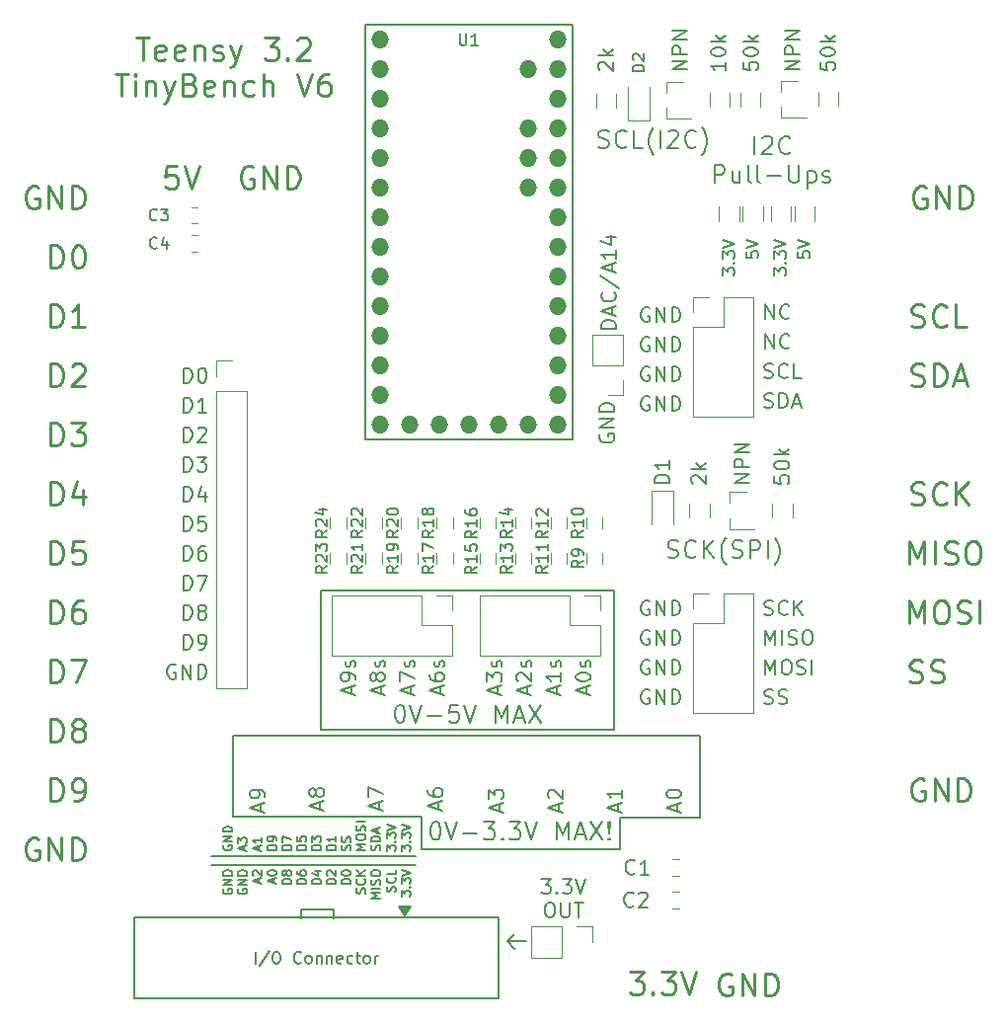
<source format=gbr>
G04 #@! TF.GenerationSoftware,KiCad,Pcbnew,(6.0.1)*
G04 #@! TF.CreationDate,2022-10-16T00:11:51-04:00*
G04 #@! TF.ProjectId,Teensy-Breakout-v6,5465656e-7379-42d4-9272-65616b6f7574,rev?*
G04 #@! TF.SameCoordinates,Original*
G04 #@! TF.FileFunction,Legend,Top*
G04 #@! TF.FilePolarity,Positive*
%FSLAX46Y46*%
G04 Gerber Fmt 4.6, Leading zero omitted, Abs format (unit mm)*
G04 Created by KiCad (PCBNEW (6.0.1)) date 2022-10-16 00:11:51*
%MOMM*%
%LPD*%
G01*
G04 APERTURE LIST*
%ADD10C,0.203200*%
%ADD11C,0.254000*%
%ADD12C,0.127000*%
%ADD13C,0.177800*%
%ADD14C,0.152400*%
%ADD15C,0.150000*%
%ADD16C,0.120000*%
%ADD17O,1.524000X1.524000*%
G04 APERTURE END LIST*
D10*
X114173000Y-129476500D02*
X96647000Y-129476500D01*
X114173000Y-130238500D02*
X96647000Y-130238500D01*
X98552000Y-126111000D02*
X98552000Y-119126000D01*
X138595100Y-119126000D02*
X138595100Y-126161800D01*
X106045000Y-106680000D02*
X131191000Y-106680000D01*
X131191000Y-106680000D02*
X131191000Y-118618000D01*
X131191000Y-118618000D02*
X106045000Y-118618000D01*
X106045000Y-118618000D02*
X106045000Y-106680000D01*
X114681000Y-128905000D02*
X114681000Y-126111000D01*
X131699000Y-128905000D02*
X114681000Y-128905000D01*
X114681000Y-126111000D02*
X98552000Y-126111000D01*
X131699000Y-126161800D02*
X131699000Y-128905000D01*
X98513900Y-119126000D02*
X138595100Y-119126000D01*
X138595100Y-126161800D02*
X131699000Y-126161800D01*
X122047000Y-136779000D02*
X122682000Y-137414000D01*
X122047000Y-136779000D02*
X122682000Y-136144000D01*
X123698000Y-136779000D02*
X122047000Y-136779000D01*
D11*
X156737957Y-99259571D02*
X157010100Y-99350285D01*
X157463671Y-99350285D01*
X157645100Y-99259571D01*
X157735814Y-99168857D01*
X157826528Y-98987428D01*
X157826528Y-98806000D01*
X157735814Y-98624571D01*
X157645100Y-98533857D01*
X157463671Y-98443142D01*
X157100814Y-98352428D01*
X156919385Y-98261714D01*
X156828671Y-98171000D01*
X156737957Y-97989571D01*
X156737957Y-97808142D01*
X156828671Y-97626714D01*
X156919385Y-97536000D01*
X157100814Y-97445285D01*
X157554385Y-97445285D01*
X157826528Y-97536000D01*
X159731528Y-99168857D02*
X159640814Y-99259571D01*
X159368671Y-99350285D01*
X159187242Y-99350285D01*
X158915100Y-99259571D01*
X158733671Y-99078142D01*
X158642957Y-98896714D01*
X158552242Y-98533857D01*
X158552242Y-98261714D01*
X158642957Y-97898857D01*
X158733671Y-97717428D01*
X158915100Y-97536000D01*
X159187242Y-97445285D01*
X159368671Y-97445285D01*
X159640814Y-97536000D01*
X159731528Y-97626714D01*
X160547957Y-99350285D02*
X160547957Y-97445285D01*
X161636528Y-99350285D02*
X160820100Y-98261714D01*
X161636528Y-97445285D02*
X160547957Y-98533857D01*
D10*
X129915920Y-68688857D02*
X130133634Y-68761428D01*
X130496491Y-68761428D01*
X130641634Y-68688857D01*
X130714205Y-68616285D01*
X130786777Y-68471142D01*
X130786777Y-68326000D01*
X130714205Y-68180857D01*
X130641634Y-68108285D01*
X130496491Y-68035714D01*
X130206205Y-67963142D01*
X130061062Y-67890571D01*
X129988491Y-67818000D01*
X129915920Y-67672857D01*
X129915920Y-67527714D01*
X129988491Y-67382571D01*
X130061062Y-67310000D01*
X130206205Y-67237428D01*
X130569062Y-67237428D01*
X130786777Y-67310000D01*
X132310777Y-68616285D02*
X132238205Y-68688857D01*
X132020491Y-68761428D01*
X131875348Y-68761428D01*
X131657634Y-68688857D01*
X131512491Y-68543714D01*
X131439920Y-68398571D01*
X131367348Y-68108285D01*
X131367348Y-67890571D01*
X131439920Y-67600285D01*
X131512491Y-67455142D01*
X131657634Y-67310000D01*
X131875348Y-67237428D01*
X132020491Y-67237428D01*
X132238205Y-67310000D01*
X132310777Y-67382571D01*
X133689634Y-68761428D02*
X132963920Y-68761428D01*
X132963920Y-67237428D01*
X134633062Y-69342000D02*
X134560491Y-69269428D01*
X134415348Y-69051714D01*
X134342777Y-68906571D01*
X134270205Y-68688857D01*
X134197634Y-68326000D01*
X134197634Y-68035714D01*
X134270205Y-67672857D01*
X134342777Y-67455142D01*
X134415348Y-67310000D01*
X134560491Y-67092285D01*
X134633062Y-67019714D01*
X135213634Y-68761428D02*
X135213634Y-67237428D01*
X135866777Y-67382571D02*
X135939348Y-67310000D01*
X136084491Y-67237428D01*
X136447348Y-67237428D01*
X136592491Y-67310000D01*
X136665062Y-67382571D01*
X136737634Y-67527714D01*
X136737634Y-67672857D01*
X136665062Y-67890571D01*
X135794205Y-68761428D01*
X136737634Y-68761428D01*
X138261634Y-68616285D02*
X138189062Y-68688857D01*
X137971348Y-68761428D01*
X137826205Y-68761428D01*
X137608491Y-68688857D01*
X137463348Y-68543714D01*
X137390777Y-68398571D01*
X137318205Y-68108285D01*
X137318205Y-67890571D01*
X137390777Y-67600285D01*
X137463348Y-67455142D01*
X137608491Y-67310000D01*
X137826205Y-67237428D01*
X137971348Y-67237428D01*
X138189062Y-67310000D01*
X138261634Y-67382571D01*
X138769634Y-69342000D02*
X138842205Y-69269428D01*
X138987348Y-69051714D01*
X139059920Y-68906571D01*
X139132491Y-68688857D01*
X139205062Y-68326000D01*
X139205062Y-68035714D01*
X139132491Y-67672857D01*
X139059920Y-67455142D01*
X138987348Y-67310000D01*
X138842205Y-67092285D01*
X138769634Y-67019714D01*
X135848634Y-103867857D02*
X136066348Y-103940428D01*
X136429205Y-103940428D01*
X136574348Y-103867857D01*
X136646920Y-103795285D01*
X136719491Y-103650142D01*
X136719491Y-103505000D01*
X136646920Y-103359857D01*
X136574348Y-103287285D01*
X136429205Y-103214714D01*
X136138920Y-103142142D01*
X135993777Y-103069571D01*
X135921205Y-102997000D01*
X135848634Y-102851857D01*
X135848634Y-102706714D01*
X135921205Y-102561571D01*
X135993777Y-102489000D01*
X136138920Y-102416428D01*
X136501777Y-102416428D01*
X136719491Y-102489000D01*
X138243491Y-103795285D02*
X138170920Y-103867857D01*
X137953205Y-103940428D01*
X137808062Y-103940428D01*
X137590348Y-103867857D01*
X137445205Y-103722714D01*
X137372634Y-103577571D01*
X137300062Y-103287285D01*
X137300062Y-103069571D01*
X137372634Y-102779285D01*
X137445205Y-102634142D01*
X137590348Y-102489000D01*
X137808062Y-102416428D01*
X137953205Y-102416428D01*
X138170920Y-102489000D01*
X138243491Y-102561571D01*
X138896634Y-103940428D02*
X138896634Y-102416428D01*
X139767491Y-103940428D02*
X139114348Y-103069571D01*
X139767491Y-102416428D02*
X138896634Y-103287285D01*
X140856062Y-104521000D02*
X140783491Y-104448428D01*
X140638348Y-104230714D01*
X140565777Y-104085571D01*
X140493205Y-103867857D01*
X140420634Y-103505000D01*
X140420634Y-103214714D01*
X140493205Y-102851857D01*
X140565777Y-102634142D01*
X140638348Y-102489000D01*
X140783491Y-102271285D01*
X140856062Y-102198714D01*
X141364062Y-103867857D02*
X141581777Y-103940428D01*
X141944634Y-103940428D01*
X142089777Y-103867857D01*
X142162348Y-103795285D01*
X142234920Y-103650142D01*
X142234920Y-103505000D01*
X142162348Y-103359857D01*
X142089777Y-103287285D01*
X141944634Y-103214714D01*
X141654348Y-103142142D01*
X141509205Y-103069571D01*
X141436634Y-102997000D01*
X141364062Y-102851857D01*
X141364062Y-102706714D01*
X141436634Y-102561571D01*
X141509205Y-102489000D01*
X141654348Y-102416428D01*
X142017205Y-102416428D01*
X142234920Y-102489000D01*
X142888062Y-103940428D02*
X142888062Y-102416428D01*
X143468634Y-102416428D01*
X143613777Y-102489000D01*
X143686348Y-102561571D01*
X143758920Y-102706714D01*
X143758920Y-102924428D01*
X143686348Y-103069571D01*
X143613777Y-103142142D01*
X143468634Y-103214714D01*
X142888062Y-103214714D01*
X144412062Y-103940428D02*
X144412062Y-102416428D01*
X144992634Y-104521000D02*
X145065205Y-104448428D01*
X145210348Y-104230714D01*
X145282920Y-104085571D01*
X145355491Y-103867857D01*
X145428062Y-103505000D01*
X145428062Y-103214714D01*
X145355491Y-102851857D01*
X145282920Y-102634142D01*
X145210348Y-102489000D01*
X145065205Y-102271285D01*
X144992634Y-102198714D01*
D11*
X132569857Y-139418785D02*
X133749142Y-139418785D01*
X133114142Y-140144500D01*
X133386285Y-140144500D01*
X133567714Y-140235214D01*
X133658428Y-140325928D01*
X133749142Y-140507357D01*
X133749142Y-140960928D01*
X133658428Y-141142357D01*
X133567714Y-141233071D01*
X133386285Y-141323785D01*
X132842000Y-141323785D01*
X132660571Y-141233071D01*
X132569857Y-141142357D01*
X134565571Y-141142357D02*
X134656285Y-141233071D01*
X134565571Y-141323785D01*
X134474857Y-141233071D01*
X134565571Y-141142357D01*
X134565571Y-141323785D01*
X135291285Y-139418785D02*
X136470571Y-139418785D01*
X135835571Y-140144500D01*
X136107714Y-140144500D01*
X136289142Y-140235214D01*
X136379857Y-140325928D01*
X136470571Y-140507357D01*
X136470571Y-140960928D01*
X136379857Y-141142357D01*
X136289142Y-141233071D01*
X136107714Y-141323785D01*
X135563428Y-141323785D01*
X135382000Y-141233071D01*
X135291285Y-141142357D01*
X137014857Y-139418785D02*
X137649857Y-141323785D01*
X138284857Y-139418785D01*
X141296571Y-139636500D02*
X141115142Y-139545785D01*
X140843000Y-139545785D01*
X140570857Y-139636500D01*
X140389428Y-139817928D01*
X140298714Y-139999357D01*
X140208000Y-140362214D01*
X140208000Y-140634357D01*
X140298714Y-140997214D01*
X140389428Y-141178642D01*
X140570857Y-141360071D01*
X140843000Y-141450785D01*
X141024428Y-141450785D01*
X141296571Y-141360071D01*
X141387285Y-141269357D01*
X141387285Y-140634357D01*
X141024428Y-140634357D01*
X142203714Y-141450785D02*
X142203714Y-139545785D01*
X143292285Y-141450785D01*
X143292285Y-139545785D01*
X144199428Y-141450785D02*
X144199428Y-139545785D01*
X144653000Y-139545785D01*
X144925142Y-139636500D01*
X145106571Y-139817928D01*
X145197285Y-139999357D01*
X145288000Y-140362214D01*
X145288000Y-140634357D01*
X145197285Y-140997214D01*
X145106571Y-141178642D01*
X144925142Y-141360071D01*
X144653000Y-141450785D01*
X144199428Y-141450785D01*
X90260714Y-59335760D02*
X91349285Y-59335760D01*
X90805000Y-61240760D02*
X90805000Y-59335760D01*
X92710000Y-61150046D02*
X92528571Y-61240760D01*
X92165714Y-61240760D01*
X91984285Y-61150046D01*
X91893571Y-60968617D01*
X91893571Y-60242903D01*
X91984285Y-60061475D01*
X92165714Y-59970760D01*
X92528571Y-59970760D01*
X92710000Y-60061475D01*
X92800714Y-60242903D01*
X92800714Y-60424332D01*
X91893571Y-60605760D01*
X94342857Y-61150046D02*
X94161428Y-61240760D01*
X93798571Y-61240760D01*
X93617142Y-61150046D01*
X93526428Y-60968617D01*
X93526428Y-60242903D01*
X93617142Y-60061475D01*
X93798571Y-59970760D01*
X94161428Y-59970760D01*
X94342857Y-60061475D01*
X94433571Y-60242903D01*
X94433571Y-60424332D01*
X93526428Y-60605760D01*
X95250000Y-59970760D02*
X95250000Y-61240760D01*
X95250000Y-60152189D02*
X95340714Y-60061475D01*
X95522142Y-59970760D01*
X95794285Y-59970760D01*
X95975714Y-60061475D01*
X96066428Y-60242903D01*
X96066428Y-61240760D01*
X96882857Y-61150046D02*
X97064285Y-61240760D01*
X97427142Y-61240760D01*
X97608571Y-61150046D01*
X97699285Y-60968617D01*
X97699285Y-60877903D01*
X97608571Y-60696475D01*
X97427142Y-60605760D01*
X97155000Y-60605760D01*
X96973571Y-60515046D01*
X96882857Y-60333617D01*
X96882857Y-60242903D01*
X96973571Y-60061475D01*
X97155000Y-59970760D01*
X97427142Y-59970760D01*
X97608571Y-60061475D01*
X98334285Y-59970760D02*
X98787857Y-61240760D01*
X99241428Y-59970760D02*
X98787857Y-61240760D01*
X98606428Y-61694332D01*
X98515714Y-61785046D01*
X98334285Y-61875760D01*
X101237142Y-59335760D02*
X102416428Y-59335760D01*
X101781428Y-60061475D01*
X102053571Y-60061475D01*
X102235000Y-60152189D01*
X102325714Y-60242903D01*
X102416428Y-60424332D01*
X102416428Y-60877903D01*
X102325714Y-61059332D01*
X102235000Y-61150046D01*
X102053571Y-61240760D01*
X101509285Y-61240760D01*
X101327857Y-61150046D01*
X101237142Y-61059332D01*
X103232857Y-61059332D02*
X103323571Y-61150046D01*
X103232857Y-61240760D01*
X103142142Y-61150046D01*
X103232857Y-61059332D01*
X103232857Y-61240760D01*
X104049285Y-59517189D02*
X104140000Y-59426475D01*
X104321428Y-59335760D01*
X104775000Y-59335760D01*
X104956428Y-59426475D01*
X105047142Y-59517189D01*
X105137857Y-59698617D01*
X105137857Y-59880046D01*
X105047142Y-60152189D01*
X103958571Y-61240760D01*
X105137857Y-61240760D01*
X88446428Y-62402810D02*
X89535000Y-62402810D01*
X88990714Y-64307810D02*
X88990714Y-62402810D01*
X90170000Y-64307810D02*
X90170000Y-63037810D01*
X90170000Y-62402810D02*
X90079285Y-62493525D01*
X90170000Y-62584239D01*
X90260714Y-62493525D01*
X90170000Y-62402810D01*
X90170000Y-62584239D01*
X91077142Y-63037810D02*
X91077142Y-64307810D01*
X91077142Y-63219239D02*
X91167857Y-63128525D01*
X91349285Y-63037810D01*
X91621428Y-63037810D01*
X91802857Y-63128525D01*
X91893571Y-63309953D01*
X91893571Y-64307810D01*
X92619285Y-63037810D02*
X93072857Y-64307810D01*
X93526428Y-63037810D02*
X93072857Y-64307810D01*
X92891428Y-64761382D01*
X92800714Y-64852096D01*
X92619285Y-64942810D01*
X94887142Y-63309953D02*
X95159285Y-63400667D01*
X95250000Y-63491382D01*
X95340714Y-63672810D01*
X95340714Y-63944953D01*
X95250000Y-64126382D01*
X95159285Y-64217096D01*
X94977857Y-64307810D01*
X94252142Y-64307810D01*
X94252142Y-62402810D01*
X94887142Y-62402810D01*
X95068571Y-62493525D01*
X95159285Y-62584239D01*
X95250000Y-62765667D01*
X95250000Y-62947096D01*
X95159285Y-63128525D01*
X95068571Y-63219239D01*
X94887142Y-63309953D01*
X94252142Y-63309953D01*
X96882857Y-64217096D02*
X96701428Y-64307810D01*
X96338571Y-64307810D01*
X96157142Y-64217096D01*
X96066428Y-64035667D01*
X96066428Y-63309953D01*
X96157142Y-63128525D01*
X96338571Y-63037810D01*
X96701428Y-63037810D01*
X96882857Y-63128525D01*
X96973571Y-63309953D01*
X96973571Y-63491382D01*
X96066428Y-63672810D01*
X97790000Y-63037810D02*
X97790000Y-64307810D01*
X97790000Y-63219239D02*
X97880714Y-63128525D01*
X98062142Y-63037810D01*
X98334285Y-63037810D01*
X98515714Y-63128525D01*
X98606428Y-63309953D01*
X98606428Y-64307810D01*
X100330000Y-64217096D02*
X100148571Y-64307810D01*
X99785714Y-64307810D01*
X99604285Y-64217096D01*
X99513571Y-64126382D01*
X99422857Y-63944953D01*
X99422857Y-63400667D01*
X99513571Y-63219239D01*
X99604285Y-63128525D01*
X99785714Y-63037810D01*
X100148571Y-63037810D01*
X100330000Y-63128525D01*
X101146428Y-64307810D02*
X101146428Y-62402810D01*
X101962857Y-64307810D02*
X101962857Y-63309953D01*
X101872142Y-63128525D01*
X101690714Y-63037810D01*
X101418571Y-63037810D01*
X101237142Y-63128525D01*
X101146428Y-63219239D01*
X104049285Y-62402810D02*
X104684285Y-64307810D01*
X105319285Y-62402810D01*
X106770714Y-62402810D02*
X106407857Y-62402810D01*
X106226428Y-62493525D01*
X106135714Y-62584239D01*
X105954285Y-62856382D01*
X105863571Y-63219239D01*
X105863571Y-63944953D01*
X105954285Y-64126382D01*
X106045000Y-64217096D01*
X106226428Y-64307810D01*
X106589285Y-64307810D01*
X106770714Y-64217096D01*
X106861428Y-64126382D01*
X106952142Y-63944953D01*
X106952142Y-63491382D01*
X106861428Y-63309953D01*
X106770714Y-63219239D01*
X106589285Y-63128525D01*
X106226428Y-63128525D01*
X106045000Y-63219239D01*
X105954285Y-63309953D01*
X105863571Y-63491382D01*
X156737957Y-84019571D02*
X157010100Y-84110285D01*
X157463671Y-84110285D01*
X157645100Y-84019571D01*
X157735814Y-83928857D01*
X157826528Y-83747428D01*
X157826528Y-83566000D01*
X157735814Y-83384571D01*
X157645100Y-83293857D01*
X157463671Y-83203142D01*
X157100814Y-83112428D01*
X156919385Y-83021714D01*
X156828671Y-82931000D01*
X156737957Y-82749571D01*
X156737957Y-82568142D01*
X156828671Y-82386714D01*
X156919385Y-82296000D01*
X157100814Y-82205285D01*
X157554385Y-82205285D01*
X157826528Y-82296000D01*
X159731528Y-83928857D02*
X159640814Y-84019571D01*
X159368671Y-84110285D01*
X159187242Y-84110285D01*
X158915100Y-84019571D01*
X158733671Y-83838142D01*
X158642957Y-83656714D01*
X158552242Y-83293857D01*
X158552242Y-83021714D01*
X158642957Y-82658857D01*
X158733671Y-82477428D01*
X158915100Y-82296000D01*
X159187242Y-82205285D01*
X159368671Y-82205285D01*
X159640814Y-82296000D01*
X159731528Y-82386714D01*
X161455100Y-84110285D02*
X160547957Y-84110285D01*
X160547957Y-82205285D01*
X156589185Y-104430285D02*
X156589185Y-102525285D01*
X157224185Y-103886000D01*
X157859185Y-102525285D01*
X157859185Y-104430285D01*
X158766328Y-104430285D02*
X158766328Y-102525285D01*
X159582757Y-104339571D02*
X159854900Y-104430285D01*
X160308471Y-104430285D01*
X160489900Y-104339571D01*
X160580614Y-104248857D01*
X160671328Y-104067428D01*
X160671328Y-103886000D01*
X160580614Y-103704571D01*
X160489900Y-103613857D01*
X160308471Y-103523142D01*
X159945614Y-103432428D01*
X159764185Y-103341714D01*
X159673471Y-103251000D01*
X159582757Y-103069571D01*
X159582757Y-102888142D01*
X159673471Y-102706714D01*
X159764185Y-102616000D01*
X159945614Y-102525285D01*
X160399185Y-102525285D01*
X160671328Y-102616000D01*
X161850614Y-102525285D02*
X162213471Y-102525285D01*
X162394900Y-102616000D01*
X162576328Y-102797428D01*
X162667042Y-103160285D01*
X162667042Y-103795285D01*
X162576328Y-104158142D01*
X162394900Y-104339571D01*
X162213471Y-104430285D01*
X161850614Y-104430285D01*
X161669185Y-104339571D01*
X161487757Y-104158142D01*
X161397042Y-103795285D01*
X161397042Y-103160285D01*
X161487757Y-102797428D01*
X161669185Y-102616000D01*
X161850614Y-102525285D01*
X156737957Y-89099571D02*
X157010100Y-89190285D01*
X157463671Y-89190285D01*
X157645100Y-89099571D01*
X157735814Y-89008857D01*
X157826528Y-88827428D01*
X157826528Y-88646000D01*
X157735814Y-88464571D01*
X157645100Y-88373857D01*
X157463671Y-88283142D01*
X157100814Y-88192428D01*
X156919385Y-88101714D01*
X156828671Y-88011000D01*
X156737957Y-87829571D01*
X156737957Y-87648142D01*
X156828671Y-87466714D01*
X156919385Y-87376000D01*
X157100814Y-87285285D01*
X157554385Y-87285285D01*
X157826528Y-87376000D01*
X158642957Y-89190285D02*
X158642957Y-87285285D01*
X159096528Y-87285285D01*
X159368671Y-87376000D01*
X159550100Y-87557428D01*
X159640814Y-87738857D01*
X159731528Y-88101714D01*
X159731528Y-88373857D01*
X159640814Y-88736714D01*
X159550100Y-88918142D01*
X159368671Y-89099571D01*
X159096528Y-89190285D01*
X158642957Y-89190285D01*
X160457242Y-88646000D02*
X161364385Y-88646000D01*
X160275814Y-89190285D02*
X160910814Y-87285285D01*
X161545814Y-89190285D01*
X156589185Y-114499571D02*
X156861328Y-114590285D01*
X157314900Y-114590285D01*
X157496328Y-114499571D01*
X157587042Y-114408857D01*
X157677757Y-114227428D01*
X157677757Y-114046000D01*
X157587042Y-113864571D01*
X157496328Y-113773857D01*
X157314900Y-113683142D01*
X156952042Y-113592428D01*
X156770614Y-113501714D01*
X156679900Y-113411000D01*
X156589185Y-113229571D01*
X156589185Y-113048142D01*
X156679900Y-112866714D01*
X156770614Y-112776000D01*
X156952042Y-112685285D01*
X157405614Y-112685285D01*
X157677757Y-112776000D01*
X158403471Y-114499571D02*
X158675614Y-114590285D01*
X159129185Y-114590285D01*
X159310614Y-114499571D01*
X159401328Y-114408857D01*
X159492042Y-114227428D01*
X159492042Y-114046000D01*
X159401328Y-113864571D01*
X159310614Y-113773857D01*
X159129185Y-113683142D01*
X158766328Y-113592428D01*
X158584900Y-113501714D01*
X158494185Y-113411000D01*
X158403471Y-113229571D01*
X158403471Y-113048142D01*
X158494185Y-112866714D01*
X158584900Y-112776000D01*
X158766328Y-112685285D01*
X159219900Y-112685285D01*
X159492042Y-112776000D01*
X82929185Y-124750285D02*
X82929185Y-122845285D01*
X83382757Y-122845285D01*
X83654900Y-122936000D01*
X83836328Y-123117428D01*
X83927042Y-123298857D01*
X84017757Y-123661714D01*
X84017757Y-123933857D01*
X83927042Y-124296714D01*
X83836328Y-124478142D01*
X83654900Y-124659571D01*
X83382757Y-124750285D01*
X82929185Y-124750285D01*
X84924900Y-124750285D02*
X85287757Y-124750285D01*
X85469185Y-124659571D01*
X85559900Y-124568857D01*
X85741328Y-124296714D01*
X85832042Y-123933857D01*
X85832042Y-123208142D01*
X85741328Y-123026714D01*
X85650614Y-122936000D01*
X85469185Y-122845285D01*
X85106328Y-122845285D01*
X84924900Y-122936000D01*
X84834185Y-123026714D01*
X84743471Y-123208142D01*
X84743471Y-123661714D01*
X84834185Y-123843142D01*
X84924900Y-123933857D01*
X85106328Y-124024571D01*
X85469185Y-124024571D01*
X85650614Y-123933857D01*
X85741328Y-123843142D01*
X85832042Y-123661714D01*
X82929185Y-119670285D02*
X82929185Y-117765285D01*
X83382757Y-117765285D01*
X83654900Y-117856000D01*
X83836328Y-118037428D01*
X83927042Y-118218857D01*
X84017757Y-118581714D01*
X84017757Y-118853857D01*
X83927042Y-119216714D01*
X83836328Y-119398142D01*
X83654900Y-119579571D01*
X83382757Y-119670285D01*
X82929185Y-119670285D01*
X85106328Y-118581714D02*
X84924900Y-118491000D01*
X84834185Y-118400285D01*
X84743471Y-118218857D01*
X84743471Y-118128142D01*
X84834185Y-117946714D01*
X84924900Y-117856000D01*
X85106328Y-117765285D01*
X85469185Y-117765285D01*
X85650614Y-117856000D01*
X85741328Y-117946714D01*
X85832042Y-118128142D01*
X85832042Y-118218857D01*
X85741328Y-118400285D01*
X85650614Y-118491000D01*
X85469185Y-118581714D01*
X85106328Y-118581714D01*
X84924900Y-118672428D01*
X84834185Y-118763142D01*
X84743471Y-118944571D01*
X84743471Y-119307428D01*
X84834185Y-119488857D01*
X84924900Y-119579571D01*
X85106328Y-119670285D01*
X85469185Y-119670285D01*
X85650614Y-119579571D01*
X85741328Y-119488857D01*
X85832042Y-119307428D01*
X85832042Y-118944571D01*
X85741328Y-118763142D01*
X85650614Y-118672428D01*
X85469185Y-118581714D01*
X82929185Y-114590285D02*
X82929185Y-112685285D01*
X83382757Y-112685285D01*
X83654900Y-112776000D01*
X83836328Y-112957428D01*
X83927042Y-113138857D01*
X84017757Y-113501714D01*
X84017757Y-113773857D01*
X83927042Y-114136714D01*
X83836328Y-114318142D01*
X83654900Y-114499571D01*
X83382757Y-114590285D01*
X82929185Y-114590285D01*
X84652757Y-112685285D02*
X85922757Y-112685285D01*
X85106328Y-114590285D01*
X82929185Y-109510285D02*
X82929185Y-107605285D01*
X83382757Y-107605285D01*
X83654900Y-107696000D01*
X83836328Y-107877428D01*
X83927042Y-108058857D01*
X84017757Y-108421714D01*
X84017757Y-108693857D01*
X83927042Y-109056714D01*
X83836328Y-109238142D01*
X83654900Y-109419571D01*
X83382757Y-109510285D01*
X82929185Y-109510285D01*
X85650614Y-107605285D02*
X85287757Y-107605285D01*
X85106328Y-107696000D01*
X85015614Y-107786714D01*
X84834185Y-108058857D01*
X84743471Y-108421714D01*
X84743471Y-109147428D01*
X84834185Y-109328857D01*
X84924900Y-109419571D01*
X85106328Y-109510285D01*
X85469185Y-109510285D01*
X85650614Y-109419571D01*
X85741328Y-109328857D01*
X85832042Y-109147428D01*
X85832042Y-108693857D01*
X85741328Y-108512428D01*
X85650614Y-108421714D01*
X85469185Y-108331000D01*
X85106328Y-108331000D01*
X84924900Y-108421714D01*
X84834185Y-108512428D01*
X84743471Y-108693857D01*
X82929185Y-104430285D02*
X82929185Y-102525285D01*
X83382757Y-102525285D01*
X83654900Y-102616000D01*
X83836328Y-102797428D01*
X83927042Y-102978857D01*
X84017757Y-103341714D01*
X84017757Y-103613857D01*
X83927042Y-103976714D01*
X83836328Y-104158142D01*
X83654900Y-104339571D01*
X83382757Y-104430285D01*
X82929185Y-104430285D01*
X85741328Y-102525285D02*
X84834185Y-102525285D01*
X84743471Y-103432428D01*
X84834185Y-103341714D01*
X85015614Y-103251000D01*
X85469185Y-103251000D01*
X85650614Y-103341714D01*
X85741328Y-103432428D01*
X85832042Y-103613857D01*
X85832042Y-104067428D01*
X85741328Y-104248857D01*
X85650614Y-104339571D01*
X85469185Y-104430285D01*
X85015614Y-104430285D01*
X84834185Y-104339571D01*
X84743471Y-104248857D01*
X82929185Y-99350285D02*
X82929185Y-97445285D01*
X83382757Y-97445285D01*
X83654900Y-97536000D01*
X83836328Y-97717428D01*
X83927042Y-97898857D01*
X84017757Y-98261714D01*
X84017757Y-98533857D01*
X83927042Y-98896714D01*
X83836328Y-99078142D01*
X83654900Y-99259571D01*
X83382757Y-99350285D01*
X82929185Y-99350285D01*
X85650614Y-98080285D02*
X85650614Y-99350285D01*
X85197042Y-97354571D02*
X84743471Y-98715285D01*
X85922757Y-98715285D01*
X82929185Y-94270285D02*
X82929185Y-92365285D01*
X83382757Y-92365285D01*
X83654900Y-92456000D01*
X83836328Y-92637428D01*
X83927042Y-92818857D01*
X84017757Y-93181714D01*
X84017757Y-93453857D01*
X83927042Y-93816714D01*
X83836328Y-93998142D01*
X83654900Y-94179571D01*
X83382757Y-94270285D01*
X82929185Y-94270285D01*
X84652757Y-92365285D02*
X85832042Y-92365285D01*
X85197042Y-93091000D01*
X85469185Y-93091000D01*
X85650614Y-93181714D01*
X85741328Y-93272428D01*
X85832042Y-93453857D01*
X85832042Y-93907428D01*
X85741328Y-94088857D01*
X85650614Y-94179571D01*
X85469185Y-94270285D01*
X84924900Y-94270285D01*
X84743471Y-94179571D01*
X84652757Y-94088857D01*
X82929185Y-89190285D02*
X82929185Y-87285285D01*
X83382757Y-87285285D01*
X83654900Y-87376000D01*
X83836328Y-87557428D01*
X83927042Y-87738857D01*
X84017757Y-88101714D01*
X84017757Y-88373857D01*
X83927042Y-88736714D01*
X83836328Y-88918142D01*
X83654900Y-89099571D01*
X83382757Y-89190285D01*
X82929185Y-89190285D01*
X84743471Y-87466714D02*
X84834185Y-87376000D01*
X85015614Y-87285285D01*
X85469185Y-87285285D01*
X85650614Y-87376000D01*
X85741328Y-87466714D01*
X85832042Y-87648142D01*
X85832042Y-87829571D01*
X85741328Y-88101714D01*
X84652757Y-89190285D01*
X85832042Y-89190285D01*
X82929185Y-84110285D02*
X82929185Y-82205285D01*
X83382757Y-82205285D01*
X83654900Y-82296000D01*
X83836328Y-82477428D01*
X83927042Y-82658857D01*
X84017757Y-83021714D01*
X84017757Y-83293857D01*
X83927042Y-83656714D01*
X83836328Y-83838142D01*
X83654900Y-84019571D01*
X83382757Y-84110285D01*
X82929185Y-84110285D01*
X85832042Y-84110285D02*
X84743471Y-84110285D01*
X85287757Y-84110285D02*
X85287757Y-82205285D01*
X85106328Y-82477428D01*
X84924900Y-82658857D01*
X84743471Y-82749571D01*
X82929185Y-79030285D02*
X82929185Y-77125285D01*
X83382757Y-77125285D01*
X83654900Y-77216000D01*
X83836328Y-77397428D01*
X83927042Y-77578857D01*
X84017757Y-77941714D01*
X84017757Y-78213857D01*
X83927042Y-78576714D01*
X83836328Y-78758142D01*
X83654900Y-78939571D01*
X83382757Y-79030285D01*
X82929185Y-79030285D01*
X85197042Y-77125285D02*
X85378471Y-77125285D01*
X85559900Y-77216000D01*
X85650614Y-77306714D01*
X85741328Y-77488142D01*
X85832042Y-77851000D01*
X85832042Y-78304571D01*
X85741328Y-78667428D01*
X85650614Y-78848857D01*
X85559900Y-78939571D01*
X85378471Y-79030285D01*
X85197042Y-79030285D01*
X85015614Y-78939571D01*
X84924900Y-78848857D01*
X84834185Y-78667428D01*
X84743471Y-78304571D01*
X84743471Y-77851000D01*
X84834185Y-77488142D01*
X84924900Y-77306714D01*
X85015614Y-77216000D01*
X85197042Y-77125285D01*
D10*
X144137984Y-108781547D02*
X144319413Y-108842023D01*
X144621794Y-108842023D01*
X144742746Y-108781547D01*
X144803222Y-108721071D01*
X144863699Y-108600119D01*
X144863699Y-108479166D01*
X144803222Y-108358214D01*
X144742746Y-108297738D01*
X144621794Y-108237261D01*
X144379889Y-108176785D01*
X144258937Y-108116309D01*
X144198460Y-108055833D01*
X144137984Y-107934880D01*
X144137984Y-107813928D01*
X144198460Y-107692976D01*
X144258937Y-107632500D01*
X144379889Y-107572023D01*
X144682270Y-107572023D01*
X144863699Y-107632500D01*
X146133699Y-108721071D02*
X146073222Y-108781547D01*
X145891794Y-108842023D01*
X145770841Y-108842023D01*
X145589413Y-108781547D01*
X145468460Y-108660595D01*
X145407984Y-108539642D01*
X145347508Y-108297738D01*
X145347508Y-108116309D01*
X145407984Y-107874404D01*
X145468460Y-107753452D01*
X145589413Y-107632500D01*
X145770841Y-107572023D01*
X145891794Y-107572023D01*
X146073222Y-107632500D01*
X146133699Y-107692976D01*
X146677984Y-108842023D02*
X146677984Y-107572023D01*
X147403699Y-108842023D02*
X146859413Y-108116309D01*
X147403699Y-107572023D02*
X146677984Y-108297738D01*
X128862666Y-115577015D02*
X128862666Y-114972253D01*
X129225523Y-115697967D02*
X127955523Y-115274634D01*
X129225523Y-114851300D01*
X127955523Y-114186062D02*
X127955523Y-114065110D01*
X128016000Y-113944158D01*
X128076476Y-113883681D01*
X128197428Y-113823205D01*
X128439333Y-113762729D01*
X128741714Y-113762729D01*
X128983619Y-113823205D01*
X129104571Y-113883681D01*
X129165047Y-113944158D01*
X129225523Y-114065110D01*
X129225523Y-114186062D01*
X129165047Y-114307015D01*
X129104571Y-114367491D01*
X128983619Y-114427967D01*
X128741714Y-114488443D01*
X128439333Y-114488443D01*
X128197428Y-114427967D01*
X128076476Y-114367491D01*
X128016000Y-114307015D01*
X127955523Y-114186062D01*
X129165047Y-113278920D02*
X129225523Y-113157967D01*
X129225523Y-112916062D01*
X129165047Y-112795110D01*
X129044095Y-112734634D01*
X128983619Y-112734634D01*
X128862666Y-112795110D01*
X128802190Y-112916062D01*
X128802190Y-113097491D01*
X128741714Y-113218443D01*
X128620761Y-113278920D01*
X128560285Y-113278920D01*
X128439333Y-113218443D01*
X128378857Y-113097491D01*
X128378857Y-112916062D01*
X128439333Y-112795110D01*
X126322666Y-115577015D02*
X126322666Y-114972253D01*
X126685523Y-115697967D02*
X125415523Y-115274634D01*
X126685523Y-114851300D01*
X126685523Y-113762729D02*
X126685523Y-114488443D01*
X126685523Y-114125586D02*
X125415523Y-114125586D01*
X125596952Y-114246539D01*
X125717904Y-114367491D01*
X125778380Y-114488443D01*
X126625047Y-113278920D02*
X126685523Y-113157967D01*
X126685523Y-112916062D01*
X126625047Y-112795110D01*
X126504095Y-112734634D01*
X126443619Y-112734634D01*
X126322666Y-112795110D01*
X126262190Y-112916062D01*
X126262190Y-113097491D01*
X126201714Y-113218443D01*
X126080761Y-113278920D01*
X126020285Y-113278920D01*
X125899333Y-113218443D01*
X125838857Y-113097491D01*
X125838857Y-112916062D01*
X125899333Y-112795110D01*
X123782666Y-115577015D02*
X123782666Y-114972253D01*
X124145523Y-115697967D02*
X122875523Y-115274634D01*
X124145523Y-114851300D01*
X122996476Y-114488443D02*
X122936000Y-114427967D01*
X122875523Y-114307015D01*
X122875523Y-114004634D01*
X122936000Y-113883681D01*
X122996476Y-113823205D01*
X123117428Y-113762729D01*
X123238380Y-113762729D01*
X123419809Y-113823205D01*
X124145523Y-114548920D01*
X124145523Y-113762729D01*
X124085047Y-113278920D02*
X124145523Y-113157967D01*
X124145523Y-112916062D01*
X124085047Y-112795110D01*
X123964095Y-112734634D01*
X123903619Y-112734634D01*
X123782666Y-112795110D01*
X123722190Y-112916062D01*
X123722190Y-113097491D01*
X123661714Y-113218443D01*
X123540761Y-113278920D01*
X123480285Y-113278920D01*
X123359333Y-113218443D01*
X123298857Y-113097491D01*
X123298857Y-112916062D01*
X123359333Y-112795110D01*
X121242666Y-115577015D02*
X121242666Y-114972253D01*
X121605523Y-115697967D02*
X120335523Y-115274634D01*
X121605523Y-114851300D01*
X120335523Y-114548920D02*
X120335523Y-113762729D01*
X120819333Y-114186062D01*
X120819333Y-114004634D01*
X120879809Y-113883681D01*
X120940285Y-113823205D01*
X121061238Y-113762729D01*
X121363619Y-113762729D01*
X121484571Y-113823205D01*
X121545047Y-113883681D01*
X121605523Y-114004634D01*
X121605523Y-114367491D01*
X121545047Y-114488443D01*
X121484571Y-114548920D01*
X121545047Y-113278920D02*
X121605523Y-113157967D01*
X121605523Y-112916062D01*
X121545047Y-112795110D01*
X121424095Y-112734634D01*
X121363619Y-112734634D01*
X121242666Y-112795110D01*
X121182190Y-112916062D01*
X121182190Y-113097491D01*
X121121714Y-113218443D01*
X121000761Y-113278920D01*
X120940285Y-113278920D01*
X120819333Y-113218443D01*
X120758857Y-113097491D01*
X120758857Y-112916062D01*
X120819333Y-112795110D01*
X144137984Y-91001547D02*
X144319413Y-91062023D01*
X144621794Y-91062023D01*
X144742746Y-91001547D01*
X144803222Y-90941071D01*
X144863699Y-90820119D01*
X144863699Y-90699166D01*
X144803222Y-90578214D01*
X144742746Y-90517738D01*
X144621794Y-90457261D01*
X144379889Y-90396785D01*
X144258937Y-90336309D01*
X144198460Y-90275833D01*
X144137984Y-90154880D01*
X144137984Y-90033928D01*
X144198460Y-89912976D01*
X144258937Y-89852500D01*
X144379889Y-89792023D01*
X144682270Y-89792023D01*
X144863699Y-89852500D01*
X145407984Y-91062023D02*
X145407984Y-89792023D01*
X145710365Y-89792023D01*
X145891794Y-89852500D01*
X146012746Y-89973452D01*
X146073222Y-90094404D01*
X146133699Y-90336309D01*
X146133699Y-90517738D01*
X146073222Y-90759642D01*
X146012746Y-90880595D01*
X145891794Y-91001547D01*
X145710365Y-91062023D01*
X145407984Y-91062023D01*
X146617508Y-90699166D02*
X147222270Y-90699166D01*
X146496556Y-91062023D02*
X146919889Y-89792023D01*
X147343222Y-91062023D01*
X144137984Y-88461547D02*
X144319413Y-88522023D01*
X144621794Y-88522023D01*
X144742746Y-88461547D01*
X144803222Y-88401071D01*
X144863699Y-88280119D01*
X144863699Y-88159166D01*
X144803222Y-88038214D01*
X144742746Y-87977738D01*
X144621794Y-87917261D01*
X144379889Y-87856785D01*
X144258937Y-87796309D01*
X144198460Y-87735833D01*
X144137984Y-87614880D01*
X144137984Y-87493928D01*
X144198460Y-87372976D01*
X144258937Y-87312500D01*
X144379889Y-87252023D01*
X144682270Y-87252023D01*
X144863699Y-87312500D01*
X146133699Y-88401071D02*
X146073222Y-88461547D01*
X145891794Y-88522023D01*
X145770841Y-88522023D01*
X145589413Y-88461547D01*
X145468460Y-88340595D01*
X145407984Y-88219642D01*
X145347508Y-87977738D01*
X145347508Y-87796309D01*
X145407984Y-87554404D01*
X145468460Y-87433452D01*
X145589413Y-87312500D01*
X145770841Y-87252023D01*
X145891794Y-87252023D01*
X146073222Y-87312500D01*
X146133699Y-87372976D01*
X147282746Y-88522023D02*
X146677984Y-88522023D01*
X146677984Y-87252023D01*
X94337777Y-88903023D02*
X94337777Y-87633023D01*
X94640158Y-87633023D01*
X94821586Y-87693500D01*
X94942539Y-87814452D01*
X95003015Y-87935404D01*
X95063491Y-88177309D01*
X95063491Y-88358738D01*
X95003015Y-88600642D01*
X94942539Y-88721595D01*
X94821586Y-88842547D01*
X94640158Y-88903023D01*
X94337777Y-88903023D01*
X95849681Y-87633023D02*
X95970634Y-87633023D01*
X96091586Y-87693500D01*
X96152062Y-87753976D01*
X96212539Y-87874928D01*
X96273015Y-88116833D01*
X96273015Y-88419214D01*
X96212539Y-88661119D01*
X96152062Y-88782071D01*
X96091586Y-88842547D01*
X95970634Y-88903023D01*
X95849681Y-88903023D01*
X95728729Y-88842547D01*
X95668253Y-88782071D01*
X95607777Y-88661119D01*
X95547300Y-88419214D01*
X95547300Y-88116833D01*
X95607777Y-87874928D01*
X95668253Y-87753976D01*
X95728729Y-87693500D01*
X95849681Y-87633023D01*
X94337777Y-91443023D02*
X94337777Y-90173023D01*
X94640158Y-90173023D01*
X94821586Y-90233500D01*
X94942539Y-90354452D01*
X95003015Y-90475404D01*
X95063491Y-90717309D01*
X95063491Y-90898738D01*
X95003015Y-91140642D01*
X94942539Y-91261595D01*
X94821586Y-91382547D01*
X94640158Y-91443023D01*
X94337777Y-91443023D01*
X96273015Y-91443023D02*
X95547300Y-91443023D01*
X95910158Y-91443023D02*
X95910158Y-90173023D01*
X95789205Y-90354452D01*
X95668253Y-90475404D01*
X95547300Y-90535880D01*
X94337777Y-93983023D02*
X94337777Y-92713023D01*
X94640158Y-92713023D01*
X94821586Y-92773500D01*
X94942539Y-92894452D01*
X95003015Y-93015404D01*
X95063491Y-93257309D01*
X95063491Y-93438738D01*
X95003015Y-93680642D01*
X94942539Y-93801595D01*
X94821586Y-93922547D01*
X94640158Y-93983023D01*
X94337777Y-93983023D01*
X95547300Y-92833976D02*
X95607777Y-92773500D01*
X95728729Y-92713023D01*
X96031110Y-92713023D01*
X96152062Y-92773500D01*
X96212539Y-92833976D01*
X96273015Y-92954928D01*
X96273015Y-93075880D01*
X96212539Y-93257309D01*
X95486824Y-93983023D01*
X96273015Y-93983023D01*
X94337777Y-96523023D02*
X94337777Y-95253023D01*
X94640158Y-95253023D01*
X94821586Y-95313500D01*
X94942539Y-95434452D01*
X95003015Y-95555404D01*
X95063491Y-95797309D01*
X95063491Y-95978738D01*
X95003015Y-96220642D01*
X94942539Y-96341595D01*
X94821586Y-96462547D01*
X94640158Y-96523023D01*
X94337777Y-96523023D01*
X95486824Y-95253023D02*
X96273015Y-95253023D01*
X95849681Y-95736833D01*
X96031110Y-95736833D01*
X96152062Y-95797309D01*
X96212539Y-95857785D01*
X96273015Y-95978738D01*
X96273015Y-96281119D01*
X96212539Y-96402071D01*
X96152062Y-96462547D01*
X96031110Y-96523023D01*
X95668253Y-96523023D01*
X95547300Y-96462547D01*
X95486824Y-96402071D01*
X94337777Y-99063023D02*
X94337777Y-97793023D01*
X94640158Y-97793023D01*
X94821586Y-97853500D01*
X94942539Y-97974452D01*
X95003015Y-98095404D01*
X95063491Y-98337309D01*
X95063491Y-98518738D01*
X95003015Y-98760642D01*
X94942539Y-98881595D01*
X94821586Y-99002547D01*
X94640158Y-99063023D01*
X94337777Y-99063023D01*
X96152062Y-98216357D02*
X96152062Y-99063023D01*
X95849681Y-97732547D02*
X95547300Y-98639690D01*
X96333491Y-98639690D01*
X94337777Y-101603023D02*
X94337777Y-100333023D01*
X94640158Y-100333023D01*
X94821586Y-100393500D01*
X94942539Y-100514452D01*
X95003015Y-100635404D01*
X95063491Y-100877309D01*
X95063491Y-101058738D01*
X95003015Y-101300642D01*
X94942539Y-101421595D01*
X94821586Y-101542547D01*
X94640158Y-101603023D01*
X94337777Y-101603023D01*
X96212539Y-100333023D02*
X95607777Y-100333023D01*
X95547300Y-100937785D01*
X95607777Y-100877309D01*
X95728729Y-100816833D01*
X96031110Y-100816833D01*
X96152062Y-100877309D01*
X96212539Y-100937785D01*
X96273015Y-101058738D01*
X96273015Y-101361119D01*
X96212539Y-101482071D01*
X96152062Y-101542547D01*
X96031110Y-101603023D01*
X95728729Y-101603023D01*
X95607777Y-101542547D01*
X95547300Y-101482071D01*
X94337777Y-104143023D02*
X94337777Y-102873023D01*
X94640158Y-102873023D01*
X94821586Y-102933500D01*
X94942539Y-103054452D01*
X95003015Y-103175404D01*
X95063491Y-103417309D01*
X95063491Y-103598738D01*
X95003015Y-103840642D01*
X94942539Y-103961595D01*
X94821586Y-104082547D01*
X94640158Y-104143023D01*
X94337777Y-104143023D01*
X96152062Y-102873023D02*
X95910158Y-102873023D01*
X95789205Y-102933500D01*
X95728729Y-102993976D01*
X95607777Y-103175404D01*
X95547300Y-103417309D01*
X95547300Y-103901119D01*
X95607777Y-104022071D01*
X95668253Y-104082547D01*
X95789205Y-104143023D01*
X96031110Y-104143023D01*
X96152062Y-104082547D01*
X96212539Y-104022071D01*
X96273015Y-103901119D01*
X96273015Y-103598738D01*
X96212539Y-103477785D01*
X96152062Y-103417309D01*
X96031110Y-103356833D01*
X95789205Y-103356833D01*
X95668253Y-103417309D01*
X95607777Y-103477785D01*
X95547300Y-103598738D01*
X94337777Y-106683023D02*
X94337777Y-105413023D01*
X94640158Y-105413023D01*
X94821586Y-105473500D01*
X94942539Y-105594452D01*
X95003015Y-105715404D01*
X95063491Y-105957309D01*
X95063491Y-106138738D01*
X95003015Y-106380642D01*
X94942539Y-106501595D01*
X94821586Y-106622547D01*
X94640158Y-106683023D01*
X94337777Y-106683023D01*
X95486824Y-105413023D02*
X96333491Y-105413023D01*
X95789205Y-106683023D01*
X94337777Y-109223023D02*
X94337777Y-107953023D01*
X94640158Y-107953023D01*
X94821586Y-108013500D01*
X94942539Y-108134452D01*
X95003015Y-108255404D01*
X95063491Y-108497309D01*
X95063491Y-108678738D01*
X95003015Y-108920642D01*
X94942539Y-109041595D01*
X94821586Y-109162547D01*
X94640158Y-109223023D01*
X94337777Y-109223023D01*
X95789205Y-108497309D02*
X95668253Y-108436833D01*
X95607777Y-108376357D01*
X95547300Y-108255404D01*
X95547300Y-108194928D01*
X95607777Y-108073976D01*
X95668253Y-108013500D01*
X95789205Y-107953023D01*
X96031110Y-107953023D01*
X96152062Y-108013500D01*
X96212539Y-108073976D01*
X96273015Y-108194928D01*
X96273015Y-108255404D01*
X96212539Y-108376357D01*
X96152062Y-108436833D01*
X96031110Y-108497309D01*
X95789205Y-108497309D01*
X95668253Y-108557785D01*
X95607777Y-108618261D01*
X95547300Y-108739214D01*
X95547300Y-108981119D01*
X95607777Y-109102071D01*
X95668253Y-109162547D01*
X95789205Y-109223023D01*
X96031110Y-109223023D01*
X96152062Y-109162547D01*
X96212539Y-109102071D01*
X96273015Y-108981119D01*
X96273015Y-108739214D01*
X96212539Y-108618261D01*
X96152062Y-108557785D01*
X96031110Y-108497309D01*
X94337777Y-111763023D02*
X94337777Y-110493023D01*
X94640158Y-110493023D01*
X94821586Y-110553500D01*
X94942539Y-110674452D01*
X95003015Y-110795404D01*
X95063491Y-111037309D01*
X95063491Y-111218738D01*
X95003015Y-111460642D01*
X94942539Y-111581595D01*
X94821586Y-111702547D01*
X94640158Y-111763023D01*
X94337777Y-111763023D01*
X95668253Y-111763023D02*
X95910158Y-111763023D01*
X96031110Y-111702547D01*
X96091586Y-111642071D01*
X96212539Y-111460642D01*
X96273015Y-111218738D01*
X96273015Y-110734928D01*
X96212539Y-110613976D01*
X96152062Y-110553500D01*
X96031110Y-110493023D01*
X95789205Y-110493023D01*
X95668253Y-110553500D01*
X95607777Y-110613976D01*
X95547300Y-110734928D01*
X95547300Y-111037309D01*
X95607777Y-111158261D01*
X95668253Y-111218738D01*
X95789205Y-111279214D01*
X96031110Y-111279214D01*
X96152062Y-111218738D01*
X96212539Y-111158261D01*
X96273015Y-111037309D01*
D11*
X157826528Y-122936000D02*
X157645100Y-122845285D01*
X157372957Y-122845285D01*
X157100814Y-122936000D01*
X156919385Y-123117428D01*
X156828671Y-123298857D01*
X156737957Y-123661714D01*
X156737957Y-123933857D01*
X156828671Y-124296714D01*
X156919385Y-124478142D01*
X157100814Y-124659571D01*
X157372957Y-124750285D01*
X157554385Y-124750285D01*
X157826528Y-124659571D01*
X157917242Y-124568857D01*
X157917242Y-123933857D01*
X157554385Y-123933857D01*
X158733671Y-124750285D02*
X158733671Y-122845285D01*
X159822242Y-124750285D01*
X159822242Y-122845285D01*
X160729385Y-124750285D02*
X160729385Y-122845285D01*
X161182957Y-122845285D01*
X161455100Y-122936000D01*
X161636528Y-123117428D01*
X161727242Y-123298857D01*
X161817957Y-123661714D01*
X161817957Y-123933857D01*
X161727242Y-124296714D01*
X161636528Y-124478142D01*
X161455100Y-124659571D01*
X161182957Y-124750285D01*
X160729385Y-124750285D01*
X81840614Y-128016000D02*
X81659185Y-127925285D01*
X81387042Y-127925285D01*
X81114900Y-128016000D01*
X80933471Y-128197428D01*
X80842757Y-128378857D01*
X80752042Y-128741714D01*
X80752042Y-129013857D01*
X80842757Y-129376714D01*
X80933471Y-129558142D01*
X81114900Y-129739571D01*
X81387042Y-129830285D01*
X81568471Y-129830285D01*
X81840614Y-129739571D01*
X81931328Y-129648857D01*
X81931328Y-129013857D01*
X81568471Y-129013857D01*
X82747757Y-129830285D02*
X82747757Y-127925285D01*
X83836328Y-129830285D01*
X83836328Y-127925285D01*
X84743471Y-129830285D02*
X84743471Y-127925285D01*
X85197042Y-127925285D01*
X85469185Y-128016000D01*
X85650614Y-128197428D01*
X85741328Y-128378857D01*
X85832042Y-128741714D01*
X85832042Y-129013857D01*
X85741328Y-129376714D01*
X85650614Y-129558142D01*
X85469185Y-129739571D01*
X85197042Y-129830285D01*
X84743471Y-129830285D01*
X157953528Y-72136000D02*
X157772100Y-72045285D01*
X157499957Y-72045285D01*
X157227814Y-72136000D01*
X157046385Y-72317428D01*
X156955671Y-72498857D01*
X156864957Y-72861714D01*
X156864957Y-73133857D01*
X156955671Y-73496714D01*
X157046385Y-73678142D01*
X157227814Y-73859571D01*
X157499957Y-73950285D01*
X157681385Y-73950285D01*
X157953528Y-73859571D01*
X158044242Y-73768857D01*
X158044242Y-73133857D01*
X157681385Y-73133857D01*
X158860671Y-73950285D02*
X158860671Y-72045285D01*
X159949242Y-73950285D01*
X159949242Y-72045285D01*
X160856385Y-73950285D02*
X160856385Y-72045285D01*
X161309957Y-72045285D01*
X161582100Y-72136000D01*
X161763528Y-72317428D01*
X161854242Y-72498857D01*
X161944957Y-72861714D01*
X161944957Y-73133857D01*
X161854242Y-73496714D01*
X161763528Y-73678142D01*
X161582100Y-73859571D01*
X161309957Y-73950285D01*
X160856385Y-73950285D01*
X81840614Y-72136000D02*
X81659185Y-72045285D01*
X81387042Y-72045285D01*
X81114900Y-72136000D01*
X80933471Y-72317428D01*
X80842757Y-72498857D01*
X80752042Y-72861714D01*
X80752042Y-73133857D01*
X80842757Y-73496714D01*
X80933471Y-73678142D01*
X81114900Y-73859571D01*
X81387042Y-73950285D01*
X81568471Y-73950285D01*
X81840614Y-73859571D01*
X81931328Y-73768857D01*
X81931328Y-73133857D01*
X81568471Y-73133857D01*
X82747757Y-73950285D02*
X82747757Y-72045285D01*
X83836328Y-73950285D01*
X83836328Y-72045285D01*
X84743471Y-73950285D02*
X84743471Y-72045285D01*
X85197042Y-72045285D01*
X85469185Y-72136000D01*
X85650614Y-72317428D01*
X85741328Y-72498857D01*
X85832042Y-72861714D01*
X85832042Y-73133857D01*
X85741328Y-73496714D01*
X85650614Y-73678142D01*
X85469185Y-73859571D01*
X85197042Y-73950285D01*
X84743471Y-73950285D01*
X156589185Y-109510285D02*
X156589185Y-107605285D01*
X157224185Y-108966000D01*
X157859185Y-107605285D01*
X157859185Y-109510285D01*
X159129185Y-107605285D02*
X159492042Y-107605285D01*
X159673471Y-107696000D01*
X159854900Y-107877428D01*
X159945614Y-108240285D01*
X159945614Y-108875285D01*
X159854900Y-109238142D01*
X159673471Y-109419571D01*
X159492042Y-109510285D01*
X159129185Y-109510285D01*
X158947757Y-109419571D01*
X158766328Y-109238142D01*
X158675614Y-108875285D01*
X158675614Y-108240285D01*
X158766328Y-107877428D01*
X158947757Y-107696000D01*
X159129185Y-107605285D01*
X160671328Y-109419571D02*
X160943471Y-109510285D01*
X161397042Y-109510285D01*
X161578471Y-109419571D01*
X161669185Y-109328857D01*
X161759900Y-109147428D01*
X161759900Y-108966000D01*
X161669185Y-108784571D01*
X161578471Y-108693857D01*
X161397042Y-108603142D01*
X161034185Y-108512428D01*
X160852757Y-108421714D01*
X160762042Y-108331000D01*
X160671328Y-108149571D01*
X160671328Y-107968142D01*
X160762042Y-107786714D01*
X160852757Y-107696000D01*
X161034185Y-107605285D01*
X161487757Y-107605285D01*
X161759900Y-107696000D01*
X162576328Y-109510285D02*
X162576328Y-107605285D01*
D10*
X144198460Y-111382023D02*
X144198460Y-110112023D01*
X144621794Y-111019166D01*
X145045127Y-110112023D01*
X145045127Y-111382023D01*
X145649889Y-111382023D02*
X145649889Y-110112023D01*
X146194175Y-111321547D02*
X146375603Y-111382023D01*
X146677984Y-111382023D01*
X146798937Y-111321547D01*
X146859413Y-111261071D01*
X146919889Y-111140119D01*
X146919889Y-111019166D01*
X146859413Y-110898214D01*
X146798937Y-110837738D01*
X146677984Y-110777261D01*
X146436080Y-110716785D01*
X146315127Y-110656309D01*
X146254651Y-110595833D01*
X146194175Y-110474880D01*
X146194175Y-110353928D01*
X146254651Y-110232976D01*
X146315127Y-110172500D01*
X146436080Y-110112023D01*
X146738460Y-110112023D01*
X146919889Y-110172500D01*
X147706080Y-110112023D02*
X147947984Y-110112023D01*
X148068937Y-110172500D01*
X148189889Y-110293452D01*
X148250365Y-110535357D01*
X148250365Y-110958690D01*
X148189889Y-111200595D01*
X148068937Y-111321547D01*
X147947984Y-111382023D01*
X147706080Y-111382023D01*
X147585127Y-111321547D01*
X147464175Y-111200595D01*
X147403699Y-110958690D01*
X147403699Y-110535357D01*
X147464175Y-110293452D01*
X147585127Y-110172500D01*
X147706080Y-110112023D01*
X144198460Y-113922023D02*
X144198460Y-112652023D01*
X144621794Y-113559166D01*
X145045127Y-112652023D01*
X145045127Y-113922023D01*
X145891794Y-112652023D02*
X146133699Y-112652023D01*
X146254651Y-112712500D01*
X146375603Y-112833452D01*
X146436080Y-113075357D01*
X146436080Y-113498690D01*
X146375603Y-113740595D01*
X146254651Y-113861547D01*
X146133699Y-113922023D01*
X145891794Y-113922023D01*
X145770841Y-113861547D01*
X145649889Y-113740595D01*
X145589413Y-113498690D01*
X145589413Y-113075357D01*
X145649889Y-112833452D01*
X145770841Y-112712500D01*
X145891794Y-112652023D01*
X146919889Y-113861547D02*
X147101318Y-113922023D01*
X147403699Y-113922023D01*
X147524651Y-113861547D01*
X147585127Y-113801071D01*
X147645603Y-113680119D01*
X147645603Y-113559166D01*
X147585127Y-113438214D01*
X147524651Y-113377738D01*
X147403699Y-113317261D01*
X147161794Y-113256785D01*
X147040841Y-113196309D01*
X146980365Y-113135833D01*
X146919889Y-113014880D01*
X146919889Y-112893928D01*
X146980365Y-112772976D01*
X147040841Y-112712500D01*
X147161794Y-112652023D01*
X147464175Y-112652023D01*
X147645603Y-112712500D01*
X148189889Y-113922023D02*
X148189889Y-112652023D01*
X144137984Y-116401547D02*
X144319413Y-116462023D01*
X144621794Y-116462023D01*
X144742746Y-116401547D01*
X144803222Y-116341071D01*
X144863699Y-116220119D01*
X144863699Y-116099166D01*
X144803222Y-115978214D01*
X144742746Y-115917738D01*
X144621794Y-115857261D01*
X144379889Y-115796785D01*
X144258937Y-115736309D01*
X144198460Y-115675833D01*
X144137984Y-115554880D01*
X144137984Y-115433928D01*
X144198460Y-115312976D01*
X144258937Y-115252500D01*
X144379889Y-115192023D01*
X144682270Y-115192023D01*
X144863699Y-115252500D01*
X145347508Y-116401547D02*
X145528937Y-116462023D01*
X145831318Y-116462023D01*
X145952270Y-116401547D01*
X146012746Y-116341071D01*
X146073222Y-116220119D01*
X146073222Y-116099166D01*
X146012746Y-115978214D01*
X145952270Y-115917738D01*
X145831318Y-115857261D01*
X145589413Y-115796785D01*
X145468460Y-115736309D01*
X145407984Y-115675833D01*
X145347508Y-115554880D01*
X145347508Y-115433928D01*
X145407984Y-115312976D01*
X145468460Y-115252500D01*
X145589413Y-115192023D01*
X145891794Y-115192023D01*
X146073222Y-115252500D01*
X143292285Y-69312608D02*
X143292285Y-67788608D01*
X143945428Y-67933751D02*
X144018000Y-67861180D01*
X144163142Y-67788608D01*
X144526000Y-67788608D01*
X144671142Y-67861180D01*
X144743714Y-67933751D01*
X144816285Y-68078894D01*
X144816285Y-68224037D01*
X144743714Y-68441751D01*
X143872857Y-69312608D01*
X144816285Y-69312608D01*
X146340285Y-69167465D02*
X146267714Y-69240037D01*
X146050000Y-69312608D01*
X145904857Y-69312608D01*
X145687142Y-69240037D01*
X145542000Y-69094894D01*
X145469428Y-68949751D01*
X145396857Y-68659465D01*
X145396857Y-68441751D01*
X145469428Y-68151465D01*
X145542000Y-68006322D01*
X145687142Y-67861180D01*
X145904857Y-67788608D01*
X146050000Y-67788608D01*
X146267714Y-67861180D01*
X146340285Y-67933751D01*
X139845142Y-71766248D02*
X139845142Y-70242248D01*
X140425714Y-70242248D01*
X140570857Y-70314820D01*
X140643428Y-70387391D01*
X140716000Y-70532534D01*
X140716000Y-70750248D01*
X140643428Y-70895391D01*
X140570857Y-70967962D01*
X140425714Y-71040534D01*
X139845142Y-71040534D01*
X142022285Y-70750248D02*
X142022285Y-71766248D01*
X141369142Y-70750248D02*
X141369142Y-71548534D01*
X141441714Y-71693677D01*
X141586857Y-71766248D01*
X141804571Y-71766248D01*
X141949714Y-71693677D01*
X142022285Y-71621105D01*
X142965714Y-71766248D02*
X142820571Y-71693677D01*
X142748000Y-71548534D01*
X142748000Y-70242248D01*
X143764000Y-71766248D02*
X143618857Y-71693677D01*
X143546285Y-71548534D01*
X143546285Y-70242248D01*
X144344571Y-71185677D02*
X145505714Y-71185677D01*
X146231428Y-70242248D02*
X146231428Y-71475962D01*
X146304000Y-71621105D01*
X146376571Y-71693677D01*
X146521714Y-71766248D01*
X146812000Y-71766248D01*
X146957142Y-71693677D01*
X147029714Y-71621105D01*
X147102285Y-71475962D01*
X147102285Y-70242248D01*
X147828000Y-70750248D02*
X147828000Y-72274248D01*
X147828000Y-70822820D02*
X147973142Y-70750248D01*
X148263428Y-70750248D01*
X148408571Y-70822820D01*
X148481142Y-70895391D01*
X148553714Y-71040534D01*
X148553714Y-71475962D01*
X148481142Y-71621105D01*
X148408571Y-71693677D01*
X148263428Y-71766248D01*
X147973142Y-71766248D01*
X147828000Y-71693677D01*
X149134285Y-71693677D02*
X149279428Y-71766248D01*
X149569714Y-71766248D01*
X149714857Y-71693677D01*
X149787428Y-71548534D01*
X149787428Y-71475962D01*
X149714857Y-71330820D01*
X149569714Y-71258248D01*
X149352000Y-71258248D01*
X149206857Y-71185677D01*
X149134285Y-71040534D01*
X149134285Y-70967962D01*
X149206857Y-70822820D01*
X149352000Y-70750248D01*
X149569714Y-70750248D01*
X149714857Y-70822820D01*
D12*
X112993714Y-129031092D02*
X112993714Y-128559378D01*
X113284000Y-128813378D01*
X113284000Y-128704521D01*
X113320285Y-128631950D01*
X113356571Y-128595664D01*
X113429142Y-128559378D01*
X113610571Y-128559378D01*
X113683142Y-128595664D01*
X113719428Y-128631950D01*
X113755714Y-128704521D01*
X113755714Y-128922235D01*
X113719428Y-128994807D01*
X113683142Y-129031092D01*
X113683142Y-128232807D02*
X113719428Y-128196521D01*
X113755714Y-128232807D01*
X113719428Y-128269092D01*
X113683142Y-128232807D01*
X113755714Y-128232807D01*
X112993714Y-127942521D02*
X112993714Y-127470807D01*
X113284000Y-127724807D01*
X113284000Y-127615950D01*
X113320285Y-127543378D01*
X113356571Y-127507092D01*
X113429142Y-127470807D01*
X113610571Y-127470807D01*
X113683142Y-127507092D01*
X113719428Y-127543378D01*
X113755714Y-127615950D01*
X113755714Y-127833664D01*
X113719428Y-127906235D01*
X113683142Y-127942521D01*
X112993714Y-127253092D02*
X113755714Y-126999092D01*
X112993714Y-126745092D01*
X112993714Y-132933621D02*
X112993714Y-132461907D01*
X113284000Y-132715907D01*
X113284000Y-132607050D01*
X113320285Y-132534478D01*
X113356571Y-132498192D01*
X113429142Y-132461907D01*
X113610571Y-132461907D01*
X113683142Y-132498192D01*
X113719428Y-132534478D01*
X113755714Y-132607050D01*
X113755714Y-132824764D01*
X113719428Y-132897335D01*
X113683142Y-132933621D01*
X113683142Y-132135335D02*
X113719428Y-132099050D01*
X113755714Y-132135335D01*
X113719428Y-132171621D01*
X113683142Y-132135335D01*
X113755714Y-132135335D01*
X112993714Y-131845050D02*
X112993714Y-131373335D01*
X113284000Y-131627335D01*
X113284000Y-131518478D01*
X113320285Y-131445907D01*
X113356571Y-131409621D01*
X113429142Y-131373335D01*
X113610571Y-131373335D01*
X113683142Y-131409621D01*
X113719428Y-131445907D01*
X113755714Y-131518478D01*
X113755714Y-131736192D01*
X113719428Y-131808764D01*
X113683142Y-131845050D01*
X112993714Y-131155621D02*
X113755714Y-130901621D01*
X112993714Y-130647621D01*
X111723714Y-129031092D02*
X111723714Y-128559378D01*
X112014000Y-128813378D01*
X112014000Y-128704521D01*
X112050285Y-128631950D01*
X112086571Y-128595664D01*
X112159142Y-128559378D01*
X112340571Y-128559378D01*
X112413142Y-128595664D01*
X112449428Y-128631950D01*
X112485714Y-128704521D01*
X112485714Y-128922235D01*
X112449428Y-128994807D01*
X112413142Y-129031092D01*
X112413142Y-128232807D02*
X112449428Y-128196521D01*
X112485714Y-128232807D01*
X112449428Y-128269092D01*
X112413142Y-128232807D01*
X112485714Y-128232807D01*
X111723714Y-127942521D02*
X111723714Y-127470807D01*
X112014000Y-127724807D01*
X112014000Y-127615950D01*
X112050285Y-127543378D01*
X112086571Y-127507092D01*
X112159142Y-127470807D01*
X112340571Y-127470807D01*
X112413142Y-127507092D01*
X112449428Y-127543378D01*
X112485714Y-127615950D01*
X112485714Y-127833664D01*
X112449428Y-127906235D01*
X112413142Y-127942521D01*
X111723714Y-127253092D02*
X112485714Y-126999092D01*
X111723714Y-126745092D01*
X112449428Y-132534478D02*
X112485714Y-132425621D01*
X112485714Y-132244192D01*
X112449428Y-132171621D01*
X112413142Y-132135335D01*
X112340571Y-132099050D01*
X112268000Y-132099050D01*
X112195428Y-132135335D01*
X112159142Y-132171621D01*
X112122857Y-132244192D01*
X112086571Y-132389335D01*
X112050285Y-132461907D01*
X112014000Y-132498192D01*
X111941428Y-132534478D01*
X111868857Y-132534478D01*
X111796285Y-132498192D01*
X111760000Y-132461907D01*
X111723714Y-132389335D01*
X111723714Y-132207907D01*
X111760000Y-132099050D01*
X112413142Y-131337050D02*
X112449428Y-131373335D01*
X112485714Y-131482192D01*
X112485714Y-131554764D01*
X112449428Y-131663621D01*
X112376857Y-131736192D01*
X112304285Y-131772478D01*
X112159142Y-131808764D01*
X112050285Y-131808764D01*
X111905142Y-131772478D01*
X111832571Y-131736192D01*
X111760000Y-131663621D01*
X111723714Y-131554764D01*
X111723714Y-131482192D01*
X111760000Y-131373335D01*
X111796285Y-131337050D01*
X112485714Y-130647621D02*
X112485714Y-131010478D01*
X111723714Y-131010478D01*
X111164914Y-133151335D02*
X110402914Y-133151335D01*
X110947200Y-132897335D01*
X110402914Y-132643335D01*
X111164914Y-132643335D01*
X111164914Y-132280478D02*
X110402914Y-132280478D01*
X111128628Y-131953907D02*
X111164914Y-131845050D01*
X111164914Y-131663621D01*
X111128628Y-131591050D01*
X111092342Y-131554764D01*
X111019771Y-131518478D01*
X110947200Y-131518478D01*
X110874628Y-131554764D01*
X110838342Y-131591050D01*
X110802057Y-131663621D01*
X110765771Y-131808764D01*
X110729485Y-131881335D01*
X110693200Y-131917621D01*
X110620628Y-131953907D01*
X110548057Y-131953907D01*
X110475485Y-131917621D01*
X110439200Y-131881335D01*
X110402914Y-131808764D01*
X110402914Y-131627335D01*
X110439200Y-131518478D01*
X110402914Y-131046764D02*
X110402914Y-130901621D01*
X110439200Y-130829050D01*
X110511771Y-130756478D01*
X110656914Y-130720192D01*
X110910914Y-130720192D01*
X111056057Y-130756478D01*
X111128628Y-130829050D01*
X111164914Y-130901621D01*
X111164914Y-131046764D01*
X111128628Y-131119335D01*
X111056057Y-131191907D01*
X110910914Y-131228192D01*
X110656914Y-131228192D01*
X110511771Y-131191907D01*
X110439200Y-131119335D01*
X110402914Y-131046764D01*
X111128628Y-128994807D02*
X111164914Y-128885950D01*
X111164914Y-128704521D01*
X111128628Y-128631950D01*
X111092342Y-128595664D01*
X111019771Y-128559378D01*
X110947200Y-128559378D01*
X110874628Y-128595664D01*
X110838342Y-128631950D01*
X110802057Y-128704521D01*
X110765771Y-128849664D01*
X110729485Y-128922235D01*
X110693200Y-128958521D01*
X110620628Y-128994807D01*
X110548057Y-128994807D01*
X110475485Y-128958521D01*
X110439200Y-128922235D01*
X110402914Y-128849664D01*
X110402914Y-128668235D01*
X110439200Y-128559378D01*
X111164914Y-128232807D02*
X110402914Y-128232807D01*
X110402914Y-128051378D01*
X110439200Y-127942521D01*
X110511771Y-127869950D01*
X110584342Y-127833664D01*
X110729485Y-127797378D01*
X110838342Y-127797378D01*
X110983485Y-127833664D01*
X111056057Y-127869950D01*
X111128628Y-127942521D01*
X111164914Y-128051378D01*
X111164914Y-128232807D01*
X110947200Y-127507092D02*
X110947200Y-127144235D01*
X111164914Y-127579664D02*
X110402914Y-127325664D01*
X111164914Y-127071664D01*
X109894914Y-128958521D02*
X109132914Y-128958521D01*
X109677200Y-128704521D01*
X109132914Y-128450521D01*
X109894914Y-128450521D01*
X109132914Y-127942521D02*
X109132914Y-127797378D01*
X109169200Y-127724807D01*
X109241771Y-127652235D01*
X109386914Y-127615950D01*
X109640914Y-127615950D01*
X109786057Y-127652235D01*
X109858628Y-127724807D01*
X109894914Y-127797378D01*
X109894914Y-127942521D01*
X109858628Y-128015092D01*
X109786057Y-128087664D01*
X109640914Y-128123950D01*
X109386914Y-128123950D01*
X109241771Y-128087664D01*
X109169200Y-128015092D01*
X109132914Y-127942521D01*
X109858628Y-127325664D02*
X109894914Y-127216807D01*
X109894914Y-127035378D01*
X109858628Y-126962807D01*
X109822342Y-126926521D01*
X109749771Y-126890235D01*
X109677200Y-126890235D01*
X109604628Y-126926521D01*
X109568342Y-126962807D01*
X109532057Y-127035378D01*
X109495771Y-127180521D01*
X109459485Y-127253092D01*
X109423200Y-127289378D01*
X109350628Y-127325664D01*
X109278057Y-127325664D01*
X109205485Y-127289378D01*
X109169200Y-127253092D01*
X109132914Y-127180521D01*
X109132914Y-126999092D01*
X109169200Y-126890235D01*
X109894914Y-126563664D02*
X109132914Y-126563664D01*
X109858628Y-132679621D02*
X109894914Y-132570764D01*
X109894914Y-132389335D01*
X109858628Y-132316764D01*
X109822342Y-132280478D01*
X109749771Y-132244192D01*
X109677200Y-132244192D01*
X109604628Y-132280478D01*
X109568342Y-132316764D01*
X109532057Y-132389335D01*
X109495771Y-132534478D01*
X109459485Y-132607050D01*
X109423200Y-132643335D01*
X109350628Y-132679621D01*
X109278057Y-132679621D01*
X109205485Y-132643335D01*
X109169200Y-132607050D01*
X109132914Y-132534478D01*
X109132914Y-132353050D01*
X109169200Y-132244192D01*
X109822342Y-131482192D02*
X109858628Y-131518478D01*
X109894914Y-131627335D01*
X109894914Y-131699907D01*
X109858628Y-131808764D01*
X109786057Y-131881335D01*
X109713485Y-131917621D01*
X109568342Y-131953907D01*
X109459485Y-131953907D01*
X109314342Y-131917621D01*
X109241771Y-131881335D01*
X109169200Y-131808764D01*
X109132914Y-131699907D01*
X109132914Y-131627335D01*
X109169200Y-131518478D01*
X109205485Y-131482192D01*
X109894914Y-131155621D02*
X109132914Y-131155621D01*
X109894914Y-130720192D02*
X109459485Y-131046764D01*
X109132914Y-130720192D02*
X109568342Y-131155621D01*
X108624914Y-131881335D02*
X107862914Y-131881335D01*
X107862914Y-131699907D01*
X107899200Y-131591050D01*
X107971771Y-131518478D01*
X108044342Y-131482192D01*
X108189485Y-131445907D01*
X108298342Y-131445907D01*
X108443485Y-131482192D01*
X108516057Y-131518478D01*
X108588628Y-131591050D01*
X108624914Y-131699907D01*
X108624914Y-131881335D01*
X107862914Y-130974192D02*
X107862914Y-130901621D01*
X107899200Y-130829050D01*
X107935485Y-130792764D01*
X108008057Y-130756478D01*
X108153200Y-130720192D01*
X108334628Y-130720192D01*
X108479771Y-130756478D01*
X108552342Y-130792764D01*
X108588628Y-130829050D01*
X108624914Y-130901621D01*
X108624914Y-130974192D01*
X108588628Y-131046764D01*
X108552342Y-131083050D01*
X108479771Y-131119335D01*
X108334628Y-131155621D01*
X108153200Y-131155621D01*
X108008057Y-131119335D01*
X107935485Y-131083050D01*
X107899200Y-131046764D01*
X107862914Y-130974192D01*
X108588628Y-128994807D02*
X108624914Y-128885950D01*
X108624914Y-128704521D01*
X108588628Y-128631950D01*
X108552342Y-128595664D01*
X108479771Y-128559378D01*
X108407200Y-128559378D01*
X108334628Y-128595664D01*
X108298342Y-128631950D01*
X108262057Y-128704521D01*
X108225771Y-128849664D01*
X108189485Y-128922235D01*
X108153200Y-128958521D01*
X108080628Y-128994807D01*
X108008057Y-128994807D01*
X107935485Y-128958521D01*
X107899200Y-128922235D01*
X107862914Y-128849664D01*
X107862914Y-128668235D01*
X107899200Y-128559378D01*
X108588628Y-128269092D02*
X108624914Y-128160235D01*
X108624914Y-127978807D01*
X108588628Y-127906235D01*
X108552342Y-127869950D01*
X108479771Y-127833664D01*
X108407200Y-127833664D01*
X108334628Y-127869950D01*
X108298342Y-127906235D01*
X108262057Y-127978807D01*
X108225771Y-128123950D01*
X108189485Y-128196521D01*
X108153200Y-128232807D01*
X108080628Y-128269092D01*
X108008057Y-128269092D01*
X107935485Y-128232807D01*
X107899200Y-128196521D01*
X107862914Y-128123950D01*
X107862914Y-127942521D01*
X107899200Y-127833664D01*
X107354914Y-131881335D02*
X106592914Y-131881335D01*
X106592914Y-131699907D01*
X106629200Y-131591050D01*
X106701771Y-131518478D01*
X106774342Y-131482192D01*
X106919485Y-131445907D01*
X107028342Y-131445907D01*
X107173485Y-131482192D01*
X107246057Y-131518478D01*
X107318628Y-131591050D01*
X107354914Y-131699907D01*
X107354914Y-131881335D01*
X106665485Y-131155621D02*
X106629200Y-131119335D01*
X106592914Y-131046764D01*
X106592914Y-130865335D01*
X106629200Y-130792764D01*
X106665485Y-130756478D01*
X106738057Y-130720192D01*
X106810628Y-130720192D01*
X106919485Y-130756478D01*
X107354914Y-131191907D01*
X107354914Y-130720192D01*
X106084914Y-131881335D02*
X105322914Y-131881335D01*
X105322914Y-131699907D01*
X105359200Y-131591050D01*
X105431771Y-131518478D01*
X105504342Y-131482192D01*
X105649485Y-131445907D01*
X105758342Y-131445907D01*
X105903485Y-131482192D01*
X105976057Y-131518478D01*
X106048628Y-131591050D01*
X106084914Y-131699907D01*
X106084914Y-131881335D01*
X105576914Y-130792764D02*
X106084914Y-130792764D01*
X105286628Y-130974192D02*
X105830914Y-131155621D01*
X105830914Y-130683907D01*
X107354914Y-128958521D02*
X106592914Y-128958521D01*
X106592914Y-128777092D01*
X106629200Y-128668235D01*
X106701771Y-128595664D01*
X106774342Y-128559378D01*
X106919485Y-128523092D01*
X107028342Y-128523092D01*
X107173485Y-128559378D01*
X107246057Y-128595664D01*
X107318628Y-128668235D01*
X107354914Y-128777092D01*
X107354914Y-128958521D01*
X107354914Y-127797378D02*
X107354914Y-128232807D01*
X107354914Y-128015092D02*
X106592914Y-128015092D01*
X106701771Y-128087664D01*
X106774342Y-128160235D01*
X106810628Y-128232807D01*
X106084914Y-128958521D02*
X105322914Y-128958521D01*
X105322914Y-128777092D01*
X105359200Y-128668235D01*
X105431771Y-128595664D01*
X105504342Y-128559378D01*
X105649485Y-128523092D01*
X105758342Y-128523092D01*
X105903485Y-128559378D01*
X105976057Y-128595664D01*
X106048628Y-128668235D01*
X106084914Y-128777092D01*
X106084914Y-128958521D01*
X105322914Y-128269092D02*
X105322914Y-127797378D01*
X105613200Y-128051378D01*
X105613200Y-127942521D01*
X105649485Y-127869950D01*
X105685771Y-127833664D01*
X105758342Y-127797378D01*
X105939771Y-127797378D01*
X106012342Y-127833664D01*
X106048628Y-127869950D01*
X106084914Y-127942521D01*
X106084914Y-128160235D01*
X106048628Y-128232807D01*
X106012342Y-128269092D01*
X104814914Y-128958521D02*
X104052914Y-128958521D01*
X104052914Y-128777092D01*
X104089200Y-128668235D01*
X104161771Y-128595664D01*
X104234342Y-128559378D01*
X104379485Y-128523092D01*
X104488342Y-128523092D01*
X104633485Y-128559378D01*
X104706057Y-128595664D01*
X104778628Y-128668235D01*
X104814914Y-128777092D01*
X104814914Y-128958521D01*
X104052914Y-127833664D02*
X104052914Y-128196521D01*
X104415771Y-128232807D01*
X104379485Y-128196521D01*
X104343200Y-128123950D01*
X104343200Y-127942521D01*
X104379485Y-127869950D01*
X104415771Y-127833664D01*
X104488342Y-127797378D01*
X104669771Y-127797378D01*
X104742342Y-127833664D01*
X104778628Y-127869950D01*
X104814914Y-127942521D01*
X104814914Y-128123950D01*
X104778628Y-128196521D01*
X104742342Y-128232807D01*
X103544914Y-128958521D02*
X102782914Y-128958521D01*
X102782914Y-128777092D01*
X102819200Y-128668235D01*
X102891771Y-128595664D01*
X102964342Y-128559378D01*
X103109485Y-128523092D01*
X103218342Y-128523092D01*
X103363485Y-128559378D01*
X103436057Y-128595664D01*
X103508628Y-128668235D01*
X103544914Y-128777092D01*
X103544914Y-128958521D01*
X102782914Y-128269092D02*
X102782914Y-127761092D01*
X103544914Y-128087664D01*
X104814914Y-131881335D02*
X104052914Y-131881335D01*
X104052914Y-131699907D01*
X104089200Y-131591050D01*
X104161771Y-131518478D01*
X104234342Y-131482192D01*
X104379485Y-131445907D01*
X104488342Y-131445907D01*
X104633485Y-131482192D01*
X104706057Y-131518478D01*
X104778628Y-131591050D01*
X104814914Y-131699907D01*
X104814914Y-131881335D01*
X104052914Y-130792764D02*
X104052914Y-130937907D01*
X104089200Y-131010478D01*
X104125485Y-131046764D01*
X104234342Y-131119335D01*
X104379485Y-131155621D01*
X104669771Y-131155621D01*
X104742342Y-131119335D01*
X104778628Y-131083050D01*
X104814914Y-131010478D01*
X104814914Y-130865335D01*
X104778628Y-130792764D01*
X104742342Y-130756478D01*
X104669771Y-130720192D01*
X104488342Y-130720192D01*
X104415771Y-130756478D01*
X104379485Y-130792764D01*
X104343200Y-130865335D01*
X104343200Y-131010478D01*
X104379485Y-131083050D01*
X104415771Y-131119335D01*
X104488342Y-131155621D01*
X103544914Y-131881335D02*
X102782914Y-131881335D01*
X102782914Y-131699907D01*
X102819200Y-131591050D01*
X102891771Y-131518478D01*
X102964342Y-131482192D01*
X103109485Y-131445907D01*
X103218342Y-131445907D01*
X103363485Y-131482192D01*
X103436057Y-131518478D01*
X103508628Y-131591050D01*
X103544914Y-131699907D01*
X103544914Y-131881335D01*
X103109485Y-131010478D02*
X103073200Y-131083050D01*
X103036914Y-131119335D01*
X102964342Y-131155621D01*
X102928057Y-131155621D01*
X102855485Y-131119335D01*
X102819200Y-131083050D01*
X102782914Y-131010478D01*
X102782914Y-130865335D01*
X102819200Y-130792764D01*
X102855485Y-130756478D01*
X102928057Y-130720192D01*
X102964342Y-130720192D01*
X103036914Y-130756478D01*
X103073200Y-130792764D01*
X103109485Y-130865335D01*
X103109485Y-131010478D01*
X103145771Y-131083050D01*
X103182057Y-131119335D01*
X103254628Y-131155621D01*
X103399771Y-131155621D01*
X103472342Y-131119335D01*
X103508628Y-131083050D01*
X103544914Y-131010478D01*
X103544914Y-130865335D01*
X103508628Y-130792764D01*
X103472342Y-130756478D01*
X103399771Y-130720192D01*
X103254628Y-130720192D01*
X103182057Y-130756478D01*
X103145771Y-130792764D01*
X103109485Y-130865335D01*
X102057200Y-131808764D02*
X102057200Y-131445907D01*
X102274914Y-131881335D02*
X101512914Y-131627335D01*
X102274914Y-131373335D01*
X101512914Y-130974192D02*
X101512914Y-130901621D01*
X101549200Y-130829050D01*
X101585485Y-130792764D01*
X101658057Y-130756478D01*
X101803200Y-130720192D01*
X101984628Y-130720192D01*
X102129771Y-130756478D01*
X102202342Y-130792764D01*
X102238628Y-130829050D01*
X102274914Y-130901621D01*
X102274914Y-130974192D01*
X102238628Y-131046764D01*
X102202342Y-131083050D01*
X102129771Y-131119335D01*
X101984628Y-131155621D01*
X101803200Y-131155621D01*
X101658057Y-131119335D01*
X101585485Y-131083050D01*
X101549200Y-131046764D01*
X101512914Y-130974192D01*
X100787200Y-131808764D02*
X100787200Y-131445907D01*
X101004914Y-131881335D02*
X100242914Y-131627335D01*
X101004914Y-131373335D01*
X100315485Y-131155621D02*
X100279200Y-131119335D01*
X100242914Y-131046764D01*
X100242914Y-130865335D01*
X100279200Y-130792764D01*
X100315485Y-130756478D01*
X100388057Y-130720192D01*
X100460628Y-130720192D01*
X100569485Y-130756478D01*
X101004914Y-131191907D01*
X101004914Y-130720192D01*
X102274914Y-128958521D02*
X101512914Y-128958521D01*
X101512914Y-128777092D01*
X101549200Y-128668235D01*
X101621771Y-128595664D01*
X101694342Y-128559378D01*
X101839485Y-128523092D01*
X101948342Y-128523092D01*
X102093485Y-128559378D01*
X102166057Y-128595664D01*
X102238628Y-128668235D01*
X102274914Y-128777092D01*
X102274914Y-128958521D01*
X102274914Y-128160235D02*
X102274914Y-128015092D01*
X102238628Y-127942521D01*
X102202342Y-127906235D01*
X102093485Y-127833664D01*
X101948342Y-127797378D01*
X101658057Y-127797378D01*
X101585485Y-127833664D01*
X101549200Y-127869950D01*
X101512914Y-127942521D01*
X101512914Y-128087664D01*
X101549200Y-128160235D01*
X101585485Y-128196521D01*
X101658057Y-128232807D01*
X101839485Y-128232807D01*
X101912057Y-128196521D01*
X101948342Y-128160235D01*
X101984628Y-128087664D01*
X101984628Y-127942521D01*
X101948342Y-127869950D01*
X101912057Y-127833664D01*
X101839485Y-127797378D01*
X100787200Y-128994807D02*
X100787200Y-128631950D01*
X101004914Y-129067378D02*
X100242914Y-128813378D01*
X101004914Y-128559378D01*
X101004914Y-127906235D02*
X101004914Y-128341664D01*
X101004914Y-128123950D02*
X100242914Y-128123950D01*
X100351771Y-128196521D01*
X100424342Y-128269092D01*
X100460628Y-128341664D01*
X99517200Y-128994807D02*
X99517200Y-128631950D01*
X99734914Y-129067378D02*
X98972914Y-128813378D01*
X99734914Y-128559378D01*
X98972914Y-128377950D02*
X98972914Y-127906235D01*
X99263200Y-128160235D01*
X99263200Y-128051378D01*
X99299485Y-127978807D01*
X99335771Y-127942521D01*
X99408342Y-127906235D01*
X99589771Y-127906235D01*
X99662342Y-127942521D01*
X99698628Y-127978807D01*
X99734914Y-128051378D01*
X99734914Y-128269092D01*
X99698628Y-128341664D01*
X99662342Y-128377950D01*
X99009200Y-132316764D02*
X98972914Y-132389335D01*
X98972914Y-132498192D01*
X99009200Y-132607050D01*
X99081771Y-132679621D01*
X99154342Y-132715907D01*
X99299485Y-132752192D01*
X99408342Y-132752192D01*
X99553485Y-132715907D01*
X99626057Y-132679621D01*
X99698628Y-132607050D01*
X99734914Y-132498192D01*
X99734914Y-132425621D01*
X99698628Y-132316764D01*
X99662342Y-132280478D01*
X99408342Y-132280478D01*
X99408342Y-132425621D01*
X99734914Y-131953907D02*
X98972914Y-131953907D01*
X99734914Y-131518478D01*
X98972914Y-131518478D01*
X99734914Y-131155621D02*
X98972914Y-131155621D01*
X98972914Y-130974192D01*
X99009200Y-130865335D01*
X99081771Y-130792764D01*
X99154342Y-130756478D01*
X99299485Y-130720192D01*
X99408342Y-130720192D01*
X99553485Y-130756478D01*
X99626057Y-130792764D01*
X99698628Y-130865335D01*
X99734914Y-130974192D01*
X99734914Y-131155621D01*
X97739200Y-132316764D02*
X97702914Y-132389335D01*
X97702914Y-132498192D01*
X97739200Y-132607050D01*
X97811771Y-132679621D01*
X97884342Y-132715907D01*
X98029485Y-132752192D01*
X98138342Y-132752192D01*
X98283485Y-132715907D01*
X98356057Y-132679621D01*
X98428628Y-132607050D01*
X98464914Y-132498192D01*
X98464914Y-132425621D01*
X98428628Y-132316764D01*
X98392342Y-132280478D01*
X98138342Y-132280478D01*
X98138342Y-132425621D01*
X98464914Y-131953907D02*
X97702914Y-131953907D01*
X98464914Y-131518478D01*
X97702914Y-131518478D01*
X98464914Y-131155621D02*
X97702914Y-131155621D01*
X97702914Y-130974192D01*
X97739200Y-130865335D01*
X97811771Y-130792764D01*
X97884342Y-130756478D01*
X98029485Y-130720192D01*
X98138342Y-130720192D01*
X98283485Y-130756478D01*
X98356057Y-130792764D01*
X98428628Y-130865335D01*
X98464914Y-130974192D01*
X98464914Y-131155621D01*
X97739200Y-128559378D02*
X97702914Y-128631950D01*
X97702914Y-128740807D01*
X97739200Y-128849664D01*
X97811771Y-128922235D01*
X97884342Y-128958521D01*
X98029485Y-128994807D01*
X98138342Y-128994807D01*
X98283485Y-128958521D01*
X98356057Y-128922235D01*
X98428628Y-128849664D01*
X98464914Y-128740807D01*
X98464914Y-128668235D01*
X98428628Y-128559378D01*
X98392342Y-128523092D01*
X98138342Y-128523092D01*
X98138342Y-128668235D01*
X98464914Y-128196521D02*
X97702914Y-128196521D01*
X98464914Y-127761092D01*
X97702914Y-127761092D01*
X98464914Y-127398235D02*
X97702914Y-127398235D01*
X97702914Y-127216807D01*
X97739200Y-127107950D01*
X97811771Y-127035378D01*
X97884342Y-126999092D01*
X98029485Y-126962807D01*
X98138342Y-126962807D01*
X98283485Y-126999092D01*
X98356057Y-127035378D01*
X98428628Y-127107950D01*
X98464914Y-127216807D01*
X98464914Y-127398235D01*
D10*
X93612062Y-113093500D02*
X93491110Y-113033023D01*
X93309681Y-113033023D01*
X93128253Y-113093500D01*
X93007300Y-113214452D01*
X92946824Y-113335404D01*
X92886348Y-113577309D01*
X92886348Y-113758738D01*
X92946824Y-114000642D01*
X93007300Y-114121595D01*
X93128253Y-114242547D01*
X93309681Y-114303023D01*
X93430634Y-114303023D01*
X93612062Y-114242547D01*
X93672539Y-114182071D01*
X93672539Y-113758738D01*
X93430634Y-113758738D01*
X94216824Y-114303023D02*
X94216824Y-113033023D01*
X94942539Y-114303023D01*
X94942539Y-113033023D01*
X95547300Y-114303023D02*
X95547300Y-113033023D01*
X95849681Y-113033023D01*
X96031110Y-113093500D01*
X96152062Y-113214452D01*
X96212539Y-113335404D01*
X96273015Y-113577309D01*
X96273015Y-113758738D01*
X96212539Y-114000642D01*
X96152062Y-114121595D01*
X96031110Y-114242547D01*
X95849681Y-114303023D01*
X95547300Y-114303023D01*
X134252062Y-115252500D02*
X134131110Y-115192023D01*
X133949681Y-115192023D01*
X133768253Y-115252500D01*
X133647300Y-115373452D01*
X133586824Y-115494404D01*
X133526348Y-115736309D01*
X133526348Y-115917738D01*
X133586824Y-116159642D01*
X133647300Y-116280595D01*
X133768253Y-116401547D01*
X133949681Y-116462023D01*
X134070634Y-116462023D01*
X134252062Y-116401547D01*
X134312539Y-116341071D01*
X134312539Y-115917738D01*
X134070634Y-115917738D01*
X134856824Y-116462023D02*
X134856824Y-115192023D01*
X135582539Y-116462023D01*
X135582539Y-115192023D01*
X136187300Y-116462023D02*
X136187300Y-115192023D01*
X136489681Y-115192023D01*
X136671110Y-115252500D01*
X136792062Y-115373452D01*
X136852539Y-115494404D01*
X136913015Y-115736309D01*
X136913015Y-115917738D01*
X136852539Y-116159642D01*
X136792062Y-116280595D01*
X136671110Y-116401547D01*
X136489681Y-116462023D01*
X136187300Y-116462023D01*
X134252062Y-112712500D02*
X134131110Y-112652023D01*
X133949681Y-112652023D01*
X133768253Y-112712500D01*
X133647300Y-112833452D01*
X133586824Y-112954404D01*
X133526348Y-113196309D01*
X133526348Y-113377738D01*
X133586824Y-113619642D01*
X133647300Y-113740595D01*
X133768253Y-113861547D01*
X133949681Y-113922023D01*
X134070634Y-113922023D01*
X134252062Y-113861547D01*
X134312539Y-113801071D01*
X134312539Y-113377738D01*
X134070634Y-113377738D01*
X134856824Y-113922023D02*
X134856824Y-112652023D01*
X135582539Y-113922023D01*
X135582539Y-112652023D01*
X136187300Y-113922023D02*
X136187300Y-112652023D01*
X136489681Y-112652023D01*
X136671110Y-112712500D01*
X136792062Y-112833452D01*
X136852539Y-112954404D01*
X136913015Y-113196309D01*
X136913015Y-113377738D01*
X136852539Y-113619642D01*
X136792062Y-113740595D01*
X136671110Y-113861547D01*
X136489681Y-113922023D01*
X136187300Y-113922023D01*
X134252062Y-110172500D02*
X134131110Y-110112023D01*
X133949681Y-110112023D01*
X133768253Y-110172500D01*
X133647300Y-110293452D01*
X133586824Y-110414404D01*
X133526348Y-110656309D01*
X133526348Y-110837738D01*
X133586824Y-111079642D01*
X133647300Y-111200595D01*
X133768253Y-111321547D01*
X133949681Y-111382023D01*
X134070634Y-111382023D01*
X134252062Y-111321547D01*
X134312539Y-111261071D01*
X134312539Y-110837738D01*
X134070634Y-110837738D01*
X134856824Y-111382023D02*
X134856824Y-110112023D01*
X135582539Y-111382023D01*
X135582539Y-110112023D01*
X136187300Y-111382023D02*
X136187300Y-110112023D01*
X136489681Y-110112023D01*
X136671110Y-110172500D01*
X136792062Y-110293452D01*
X136852539Y-110414404D01*
X136913015Y-110656309D01*
X136913015Y-110837738D01*
X136852539Y-111079642D01*
X136792062Y-111200595D01*
X136671110Y-111321547D01*
X136489681Y-111382023D01*
X136187300Y-111382023D01*
X134252062Y-107632500D02*
X134131110Y-107572023D01*
X133949681Y-107572023D01*
X133768253Y-107632500D01*
X133647300Y-107753452D01*
X133586824Y-107874404D01*
X133526348Y-108116309D01*
X133526348Y-108297738D01*
X133586824Y-108539642D01*
X133647300Y-108660595D01*
X133768253Y-108781547D01*
X133949681Y-108842023D01*
X134070634Y-108842023D01*
X134252062Y-108781547D01*
X134312539Y-108721071D01*
X134312539Y-108297738D01*
X134070634Y-108297738D01*
X134856824Y-108842023D02*
X134856824Y-107572023D01*
X135582539Y-108842023D01*
X135582539Y-107572023D01*
X136187300Y-108842023D02*
X136187300Y-107572023D01*
X136489681Y-107572023D01*
X136671110Y-107632500D01*
X136792062Y-107753452D01*
X136852539Y-107874404D01*
X136913015Y-108116309D01*
X136913015Y-108297738D01*
X136852539Y-108539642D01*
X136792062Y-108660595D01*
X136671110Y-108781547D01*
X136489681Y-108842023D01*
X136187300Y-108842023D01*
X134252062Y-90106500D02*
X134131110Y-90046023D01*
X133949681Y-90046023D01*
X133768253Y-90106500D01*
X133647300Y-90227452D01*
X133586824Y-90348404D01*
X133526348Y-90590309D01*
X133526348Y-90771738D01*
X133586824Y-91013642D01*
X133647300Y-91134595D01*
X133768253Y-91255547D01*
X133949681Y-91316023D01*
X134070634Y-91316023D01*
X134252062Y-91255547D01*
X134312539Y-91195071D01*
X134312539Y-90771738D01*
X134070634Y-90771738D01*
X134856824Y-91316023D02*
X134856824Y-90046023D01*
X135582539Y-91316023D01*
X135582539Y-90046023D01*
X136187300Y-91316023D02*
X136187300Y-90046023D01*
X136489681Y-90046023D01*
X136671110Y-90106500D01*
X136792062Y-90227452D01*
X136852539Y-90348404D01*
X136913015Y-90590309D01*
X136913015Y-90771738D01*
X136852539Y-91013642D01*
X136792062Y-91134595D01*
X136671110Y-91255547D01*
X136489681Y-91316023D01*
X136187300Y-91316023D01*
X134252062Y-82486500D02*
X134131110Y-82426023D01*
X133949681Y-82426023D01*
X133768253Y-82486500D01*
X133647300Y-82607452D01*
X133586824Y-82728404D01*
X133526348Y-82970309D01*
X133526348Y-83151738D01*
X133586824Y-83393642D01*
X133647300Y-83514595D01*
X133768253Y-83635547D01*
X133949681Y-83696023D01*
X134070634Y-83696023D01*
X134252062Y-83635547D01*
X134312539Y-83575071D01*
X134312539Y-83151738D01*
X134070634Y-83151738D01*
X134856824Y-83696023D02*
X134856824Y-82426023D01*
X135582539Y-83696023D01*
X135582539Y-82426023D01*
X136187300Y-83696023D02*
X136187300Y-82426023D01*
X136489681Y-82426023D01*
X136671110Y-82486500D01*
X136792062Y-82607452D01*
X136852539Y-82728404D01*
X136913015Y-82970309D01*
X136913015Y-83151738D01*
X136852539Y-83393642D01*
X136792062Y-83514595D01*
X136671110Y-83635547D01*
X136489681Y-83696023D01*
X136187300Y-83696023D01*
X134252062Y-87566500D02*
X134131110Y-87506023D01*
X133949681Y-87506023D01*
X133768253Y-87566500D01*
X133647300Y-87687452D01*
X133586824Y-87808404D01*
X133526348Y-88050309D01*
X133526348Y-88231738D01*
X133586824Y-88473642D01*
X133647300Y-88594595D01*
X133768253Y-88715547D01*
X133949681Y-88776023D01*
X134070634Y-88776023D01*
X134252062Y-88715547D01*
X134312539Y-88655071D01*
X134312539Y-88231738D01*
X134070634Y-88231738D01*
X134856824Y-88776023D02*
X134856824Y-87506023D01*
X135582539Y-88776023D01*
X135582539Y-87506023D01*
X136187300Y-88776023D02*
X136187300Y-87506023D01*
X136489681Y-87506023D01*
X136671110Y-87566500D01*
X136792062Y-87687452D01*
X136852539Y-87808404D01*
X136913015Y-88050309D01*
X136913015Y-88231738D01*
X136852539Y-88473642D01*
X136792062Y-88594595D01*
X136671110Y-88715547D01*
X136489681Y-88776023D01*
X136187300Y-88776023D01*
X134252062Y-85026500D02*
X134131110Y-84966023D01*
X133949681Y-84966023D01*
X133768253Y-85026500D01*
X133647300Y-85147452D01*
X133586824Y-85268404D01*
X133526348Y-85510309D01*
X133526348Y-85691738D01*
X133586824Y-85933642D01*
X133647300Y-86054595D01*
X133768253Y-86175547D01*
X133949681Y-86236023D01*
X134070634Y-86236023D01*
X134252062Y-86175547D01*
X134312539Y-86115071D01*
X134312539Y-85691738D01*
X134070634Y-85691738D01*
X134856824Y-86236023D02*
X134856824Y-84966023D01*
X135582539Y-86236023D01*
X135582539Y-84966023D01*
X136187300Y-86236023D02*
X136187300Y-84966023D01*
X136489681Y-84966023D01*
X136671110Y-85026500D01*
X136792062Y-85147452D01*
X136852539Y-85268404D01*
X136913015Y-85510309D01*
X136913015Y-85691738D01*
X136852539Y-85933642D01*
X136792062Y-86054595D01*
X136671110Y-86175547D01*
X136489681Y-86236023D01*
X136187300Y-86236023D01*
D13*
X124998238Y-131448023D02*
X125784428Y-131448023D01*
X125361095Y-131931833D01*
X125542523Y-131931833D01*
X125663476Y-131992309D01*
X125723952Y-132052785D01*
X125784428Y-132173738D01*
X125784428Y-132476119D01*
X125723952Y-132597071D01*
X125663476Y-132657547D01*
X125542523Y-132718023D01*
X125179666Y-132718023D01*
X125058714Y-132657547D01*
X124998238Y-132597071D01*
X126328714Y-132597071D02*
X126389190Y-132657547D01*
X126328714Y-132718023D01*
X126268238Y-132657547D01*
X126328714Y-132597071D01*
X126328714Y-132718023D01*
X126812523Y-131448023D02*
X127598714Y-131448023D01*
X127175380Y-131931833D01*
X127356809Y-131931833D01*
X127477761Y-131992309D01*
X127538238Y-132052785D01*
X127598714Y-132173738D01*
X127598714Y-132476119D01*
X127538238Y-132597071D01*
X127477761Y-132657547D01*
X127356809Y-132718023D01*
X126993952Y-132718023D01*
X126873000Y-132657547D01*
X126812523Y-132597071D01*
X127961571Y-131448023D02*
X128384904Y-132718023D01*
X128808238Y-131448023D01*
X125603000Y-133480023D02*
X125844904Y-133480023D01*
X125965857Y-133540500D01*
X126086809Y-133661452D01*
X126147285Y-133903357D01*
X126147285Y-134326690D01*
X126086809Y-134568595D01*
X125965857Y-134689547D01*
X125844904Y-134750023D01*
X125603000Y-134750023D01*
X125482047Y-134689547D01*
X125361095Y-134568595D01*
X125300619Y-134326690D01*
X125300619Y-133903357D01*
X125361095Y-133661452D01*
X125482047Y-133540500D01*
X125603000Y-133480023D01*
X126691571Y-133480023D02*
X126691571Y-134508119D01*
X126752047Y-134629071D01*
X126812523Y-134689547D01*
X126933476Y-134750023D01*
X127175380Y-134750023D01*
X127296333Y-134689547D01*
X127356809Y-134629071D01*
X127417285Y-134508119D01*
X127417285Y-133480023D01*
X127840619Y-133480023D02*
X128566333Y-133480023D01*
X128203476Y-134750023D02*
X128203476Y-133480023D01*
D14*
X140540619Y-79697821D02*
X140540619Y-79068869D01*
X140927666Y-79407536D01*
X140927666Y-79262393D01*
X140976047Y-79165631D01*
X141024428Y-79117250D01*
X141121190Y-79068869D01*
X141363095Y-79068869D01*
X141459857Y-79117250D01*
X141508238Y-79165631D01*
X141556619Y-79262393D01*
X141556619Y-79552679D01*
X141508238Y-79649440D01*
X141459857Y-79697821D01*
X141459857Y-78633440D02*
X141508238Y-78585060D01*
X141556619Y-78633440D01*
X141508238Y-78681821D01*
X141459857Y-78633440D01*
X141556619Y-78633440D01*
X140540619Y-78246393D02*
X140540619Y-77617440D01*
X140927666Y-77956107D01*
X140927666Y-77810964D01*
X140976047Y-77714202D01*
X141024428Y-77665821D01*
X141121190Y-77617440D01*
X141363095Y-77617440D01*
X141459857Y-77665821D01*
X141508238Y-77714202D01*
X141556619Y-77810964D01*
X141556619Y-78101250D01*
X141508238Y-78198012D01*
X141459857Y-78246393D01*
X140540619Y-77327155D02*
X141556619Y-76988488D01*
X140540619Y-76649821D01*
D10*
X142306523Y-61444777D02*
X142306523Y-62049539D01*
X142911285Y-62110015D01*
X142850809Y-62049539D01*
X142790333Y-61928586D01*
X142790333Y-61626205D01*
X142850809Y-61505253D01*
X142911285Y-61444777D01*
X143032238Y-61384300D01*
X143334619Y-61384300D01*
X143455571Y-61444777D01*
X143516047Y-61505253D01*
X143576523Y-61626205D01*
X143576523Y-61928586D01*
X143516047Y-62049539D01*
X143455571Y-62110015D01*
X142306523Y-60598110D02*
X142306523Y-60477158D01*
X142367000Y-60356205D01*
X142427476Y-60295729D01*
X142548428Y-60235253D01*
X142790333Y-60174777D01*
X143092714Y-60174777D01*
X143334619Y-60235253D01*
X143455571Y-60295729D01*
X143516047Y-60356205D01*
X143576523Y-60477158D01*
X143576523Y-60598110D01*
X143516047Y-60719062D01*
X143455571Y-60779539D01*
X143334619Y-60840015D01*
X143092714Y-60900491D01*
X142790333Y-60900491D01*
X142548428Y-60840015D01*
X142427476Y-60779539D01*
X142367000Y-60719062D01*
X142306523Y-60598110D01*
X143576523Y-59630491D02*
X142306523Y-59630491D01*
X143092714Y-59509539D02*
X143576523Y-59146681D01*
X142729857Y-59146681D02*
X143213666Y-59630491D01*
X137982476Y-97543015D02*
X137922000Y-97482539D01*
X137861523Y-97361586D01*
X137861523Y-97059205D01*
X137922000Y-96938253D01*
X137982476Y-96877777D01*
X138103428Y-96817300D01*
X138224380Y-96817300D01*
X138405809Y-96877777D01*
X139131523Y-97603491D01*
X139131523Y-96817300D01*
X139131523Y-96273015D02*
X137861523Y-96273015D01*
X138647714Y-96152062D02*
X139131523Y-95789205D01*
X138284857Y-95789205D02*
X138768666Y-96273015D01*
X126449666Y-125610015D02*
X126449666Y-125005253D01*
X126812523Y-125730967D02*
X125542523Y-125307634D01*
X126812523Y-124884300D01*
X125663476Y-124521443D02*
X125603000Y-124460967D01*
X125542523Y-124340015D01*
X125542523Y-124037634D01*
X125603000Y-123916681D01*
X125663476Y-123856205D01*
X125784428Y-123795729D01*
X125905380Y-123795729D01*
X126086809Y-123856205D01*
X126812523Y-124581920D01*
X126812523Y-123795729D01*
X112799222Y-116513428D02*
X112944365Y-116513428D01*
X113089508Y-116586000D01*
X113162080Y-116658571D01*
X113234651Y-116803714D01*
X113307222Y-117094000D01*
X113307222Y-117456857D01*
X113234651Y-117747142D01*
X113162080Y-117892285D01*
X113089508Y-117964857D01*
X112944365Y-118037428D01*
X112799222Y-118037428D01*
X112654080Y-117964857D01*
X112581508Y-117892285D01*
X112508937Y-117747142D01*
X112436365Y-117456857D01*
X112436365Y-117094000D01*
X112508937Y-116803714D01*
X112581508Y-116658571D01*
X112654080Y-116586000D01*
X112799222Y-116513428D01*
X113742651Y-116513428D02*
X114250651Y-118037428D01*
X114758651Y-116513428D01*
X115266651Y-117456857D02*
X116427794Y-117456857D01*
X117879222Y-116513428D02*
X117153508Y-116513428D01*
X117080937Y-117239142D01*
X117153508Y-117166571D01*
X117298651Y-117094000D01*
X117661508Y-117094000D01*
X117806651Y-117166571D01*
X117879222Y-117239142D01*
X117951794Y-117384285D01*
X117951794Y-117747142D01*
X117879222Y-117892285D01*
X117806651Y-117964857D01*
X117661508Y-118037428D01*
X117298651Y-118037428D01*
X117153508Y-117964857D01*
X117080937Y-117892285D01*
X118387222Y-116513428D02*
X118895222Y-118037428D01*
X119403222Y-116513428D01*
X121072365Y-118037428D02*
X121072365Y-116513428D01*
X121580365Y-117602000D01*
X122088365Y-116513428D01*
X122088365Y-118037428D01*
X122741508Y-117602000D02*
X123467222Y-117602000D01*
X122596365Y-118037428D02*
X123104365Y-116513428D01*
X123612365Y-118037428D01*
X123975222Y-116513428D02*
X124991222Y-118037428D01*
X124991222Y-116513428D02*
X123975222Y-118037428D01*
D14*
X144985619Y-79697821D02*
X144985619Y-79068869D01*
X145372666Y-79407536D01*
X145372666Y-79262393D01*
X145421047Y-79165631D01*
X145469428Y-79117250D01*
X145566190Y-79068869D01*
X145808095Y-79068869D01*
X145904857Y-79117250D01*
X145953238Y-79165631D01*
X146001619Y-79262393D01*
X146001619Y-79552679D01*
X145953238Y-79649440D01*
X145904857Y-79697821D01*
X145904857Y-78633440D02*
X145953238Y-78585060D01*
X146001619Y-78633440D01*
X145953238Y-78681821D01*
X145904857Y-78633440D01*
X146001619Y-78633440D01*
X144985619Y-78246393D02*
X144985619Y-77617440D01*
X145372666Y-77956107D01*
X145372666Y-77810964D01*
X145421047Y-77714202D01*
X145469428Y-77665821D01*
X145566190Y-77617440D01*
X145808095Y-77617440D01*
X145904857Y-77665821D01*
X145953238Y-77714202D01*
X146001619Y-77810964D01*
X146001619Y-78101250D01*
X145953238Y-78198012D01*
X145904857Y-78246393D01*
X144985619Y-77327155D02*
X146001619Y-76988488D01*
X144985619Y-76649821D01*
D10*
X137480523Y-62049539D02*
X136210523Y-62049539D01*
X137480523Y-61323824D01*
X136210523Y-61323824D01*
X137480523Y-60719062D02*
X136210523Y-60719062D01*
X136210523Y-60235253D01*
X136271000Y-60114300D01*
X136331476Y-60053824D01*
X136452428Y-59993348D01*
X136633857Y-59993348D01*
X136754809Y-60053824D01*
X136815285Y-60114300D01*
X136875761Y-60235253D01*
X136875761Y-60719062D01*
X137480523Y-59449062D02*
X136210523Y-59449062D01*
X137480523Y-58723348D01*
X136210523Y-58723348D01*
X115847222Y-126571828D02*
X115992365Y-126571828D01*
X116137508Y-126644400D01*
X116210080Y-126716971D01*
X116282651Y-126862114D01*
X116355222Y-127152400D01*
X116355222Y-127515257D01*
X116282651Y-127805542D01*
X116210080Y-127950685D01*
X116137508Y-128023257D01*
X115992365Y-128095828D01*
X115847222Y-128095828D01*
X115702080Y-128023257D01*
X115629508Y-127950685D01*
X115556937Y-127805542D01*
X115484365Y-127515257D01*
X115484365Y-127152400D01*
X115556937Y-126862114D01*
X115629508Y-126716971D01*
X115702080Y-126644400D01*
X115847222Y-126571828D01*
X116790651Y-126571828D02*
X117298651Y-128095828D01*
X117806651Y-126571828D01*
X118314651Y-127515257D02*
X119475794Y-127515257D01*
X120056365Y-126571828D02*
X120999794Y-126571828D01*
X120491794Y-127152400D01*
X120709508Y-127152400D01*
X120854651Y-127224971D01*
X120927222Y-127297542D01*
X120999794Y-127442685D01*
X120999794Y-127805542D01*
X120927222Y-127950685D01*
X120854651Y-128023257D01*
X120709508Y-128095828D01*
X120274080Y-128095828D01*
X120128937Y-128023257D01*
X120056365Y-127950685D01*
X121652937Y-127950685D02*
X121725508Y-128023257D01*
X121652937Y-128095828D01*
X121580365Y-128023257D01*
X121652937Y-127950685D01*
X121652937Y-128095828D01*
X122233508Y-126571828D02*
X123176937Y-126571828D01*
X122668937Y-127152400D01*
X122886651Y-127152400D01*
X123031794Y-127224971D01*
X123104365Y-127297542D01*
X123176937Y-127442685D01*
X123176937Y-127805542D01*
X123104365Y-127950685D01*
X123031794Y-128023257D01*
X122886651Y-128095828D01*
X122451222Y-128095828D01*
X122306080Y-128023257D01*
X122233508Y-127950685D01*
X123612365Y-126571828D02*
X124120365Y-128095828D01*
X124628365Y-126571828D01*
X126297508Y-128095828D02*
X126297508Y-126571828D01*
X126805508Y-127660400D01*
X127313508Y-126571828D01*
X127313508Y-128095828D01*
X127966651Y-127660400D02*
X128692365Y-127660400D01*
X127821508Y-128095828D02*
X128329508Y-126571828D01*
X128837508Y-128095828D01*
X129200365Y-126571828D02*
X130216365Y-128095828D01*
X130216365Y-126571828D02*
X129200365Y-128095828D01*
X130796937Y-127950685D02*
X130869508Y-128023257D01*
X130796937Y-128095828D01*
X130724365Y-128023257D01*
X130796937Y-127950685D01*
X130796937Y-128095828D01*
X130796937Y-127515257D02*
X130724365Y-126644400D01*
X130796937Y-126571828D01*
X130869508Y-126644400D01*
X130796937Y-127515257D01*
X130796937Y-126571828D01*
X106002666Y-125483015D02*
X106002666Y-124878253D01*
X106365523Y-125603967D02*
X105095523Y-125180634D01*
X106365523Y-124757300D01*
X105639809Y-124152539D02*
X105579333Y-124273491D01*
X105518857Y-124333967D01*
X105397904Y-124394443D01*
X105337428Y-124394443D01*
X105216476Y-124333967D01*
X105156000Y-124273491D01*
X105095523Y-124152539D01*
X105095523Y-123910634D01*
X105156000Y-123789681D01*
X105216476Y-123729205D01*
X105337428Y-123668729D01*
X105397904Y-123668729D01*
X105518857Y-123729205D01*
X105579333Y-123789681D01*
X105639809Y-123910634D01*
X105639809Y-124152539D01*
X105700285Y-124273491D01*
X105760761Y-124333967D01*
X105881714Y-124394443D01*
X106123619Y-124394443D01*
X106244571Y-124333967D01*
X106305047Y-124273491D01*
X106365523Y-124152539D01*
X106365523Y-123910634D01*
X106305047Y-123789681D01*
X106244571Y-123729205D01*
X106123619Y-123668729D01*
X105881714Y-123668729D01*
X105760761Y-123729205D01*
X105700285Y-123789681D01*
X105639809Y-123910634D01*
X142814523Y-97482539D02*
X141544523Y-97482539D01*
X142814523Y-96756824D01*
X141544523Y-96756824D01*
X142814523Y-96152062D02*
X141544523Y-96152062D01*
X141544523Y-95668253D01*
X141605000Y-95547300D01*
X141665476Y-95486824D01*
X141786428Y-95426348D01*
X141967857Y-95426348D01*
X142088809Y-95486824D01*
X142149285Y-95547300D01*
X142209761Y-95668253D01*
X142209761Y-96152062D01*
X142814523Y-94882062D02*
X141544523Y-94882062D01*
X142814523Y-94156348D01*
X141544523Y-94156348D01*
X108669666Y-115577015D02*
X108669666Y-114972253D01*
X109032523Y-115697967D02*
X107762523Y-115274634D01*
X109032523Y-114851300D01*
X109032523Y-114367491D02*
X109032523Y-114125586D01*
X108972047Y-114004634D01*
X108911571Y-113944158D01*
X108730142Y-113823205D01*
X108488238Y-113762729D01*
X108004428Y-113762729D01*
X107883476Y-113823205D01*
X107823000Y-113883681D01*
X107762523Y-114004634D01*
X107762523Y-114246539D01*
X107823000Y-114367491D01*
X107883476Y-114427967D01*
X108004428Y-114488443D01*
X108306809Y-114488443D01*
X108427761Y-114427967D01*
X108488238Y-114367491D01*
X108548714Y-114246539D01*
X108548714Y-114004634D01*
X108488238Y-113883681D01*
X108427761Y-113823205D01*
X108306809Y-113762729D01*
X108972047Y-113278920D02*
X109032523Y-113157967D01*
X109032523Y-112916062D01*
X108972047Y-112795110D01*
X108851095Y-112734634D01*
X108790619Y-112734634D01*
X108669666Y-112795110D01*
X108609190Y-112916062D01*
X108609190Y-113097491D01*
X108548714Y-113218443D01*
X108427761Y-113278920D01*
X108367285Y-113278920D01*
X108246333Y-113218443D01*
X108185857Y-113097491D01*
X108185857Y-112916062D01*
X108246333Y-112795110D01*
X147132523Y-62049539D02*
X145862523Y-62049539D01*
X147132523Y-61323824D01*
X145862523Y-61323824D01*
X147132523Y-60719062D02*
X145862523Y-60719062D01*
X145862523Y-60235253D01*
X145923000Y-60114300D01*
X145983476Y-60053824D01*
X146104428Y-59993348D01*
X146285857Y-59993348D01*
X146406809Y-60053824D01*
X146467285Y-60114300D01*
X146527761Y-60235253D01*
X146527761Y-60719062D01*
X147132523Y-59449062D02*
X145862523Y-59449062D01*
X147132523Y-58723348D01*
X145862523Y-58723348D01*
X113749666Y-115577015D02*
X113749666Y-114972253D01*
X114112523Y-115697967D02*
X112842523Y-115274634D01*
X114112523Y-114851300D01*
X112842523Y-114548920D02*
X112842523Y-113702253D01*
X114112523Y-114246539D01*
X114052047Y-113278920D02*
X114112523Y-113157967D01*
X114112523Y-112916062D01*
X114052047Y-112795110D01*
X113931095Y-112734634D01*
X113870619Y-112734634D01*
X113749666Y-112795110D01*
X113689190Y-112916062D01*
X113689190Y-113097491D01*
X113628714Y-113218443D01*
X113507761Y-113278920D01*
X113447285Y-113278920D01*
X113326333Y-113218443D01*
X113265857Y-113097491D01*
X113265857Y-112916062D01*
X113326333Y-112795110D01*
X131529666Y-125610015D02*
X131529666Y-125005253D01*
X131892523Y-125730967D02*
X130622523Y-125307634D01*
X131892523Y-124884300D01*
X131892523Y-123795729D02*
X131892523Y-124521443D01*
X131892523Y-124158586D02*
X130622523Y-124158586D01*
X130803952Y-124279539D01*
X130924904Y-124400491D01*
X130985380Y-124521443D01*
X129981476Y-62110015D02*
X129921000Y-62049539D01*
X129860523Y-61928586D01*
X129860523Y-61626205D01*
X129921000Y-61505253D01*
X129981476Y-61444777D01*
X130102428Y-61384300D01*
X130223380Y-61384300D01*
X130404809Y-61444777D01*
X131130523Y-62170491D01*
X131130523Y-61384300D01*
X131130523Y-60840015D02*
X129860523Y-60840015D01*
X130646714Y-60719062D02*
X131130523Y-60356205D01*
X130283857Y-60356205D02*
X130767666Y-60840015D01*
X111209666Y-115577015D02*
X111209666Y-114972253D01*
X111572523Y-115697967D02*
X110302523Y-115274634D01*
X111572523Y-114851300D01*
X110846809Y-114246539D02*
X110786333Y-114367491D01*
X110725857Y-114427967D01*
X110604904Y-114488443D01*
X110544428Y-114488443D01*
X110423476Y-114427967D01*
X110363000Y-114367491D01*
X110302523Y-114246539D01*
X110302523Y-114004634D01*
X110363000Y-113883681D01*
X110423476Y-113823205D01*
X110544428Y-113762729D01*
X110604904Y-113762729D01*
X110725857Y-113823205D01*
X110786333Y-113883681D01*
X110846809Y-114004634D01*
X110846809Y-114246539D01*
X110907285Y-114367491D01*
X110967761Y-114427967D01*
X111088714Y-114488443D01*
X111330619Y-114488443D01*
X111451571Y-114427967D01*
X111512047Y-114367491D01*
X111572523Y-114246539D01*
X111572523Y-114004634D01*
X111512047Y-113883681D01*
X111451571Y-113823205D01*
X111330619Y-113762729D01*
X111088714Y-113762729D01*
X110967761Y-113823205D01*
X110907285Y-113883681D01*
X110846809Y-114004634D01*
X111512047Y-113278920D02*
X111572523Y-113157967D01*
X111572523Y-112916062D01*
X111512047Y-112795110D01*
X111391095Y-112734634D01*
X111330619Y-112734634D01*
X111209666Y-112795110D01*
X111149190Y-112916062D01*
X111149190Y-113097491D01*
X111088714Y-113218443D01*
X110967761Y-113278920D01*
X110907285Y-113278920D01*
X110786333Y-113218443D01*
X110725857Y-113097491D01*
X110725857Y-112916062D01*
X110786333Y-112795110D01*
X144198460Y-85982023D02*
X144198460Y-84712023D01*
X144924175Y-85982023D01*
X144924175Y-84712023D01*
X146254651Y-85861071D02*
X146194175Y-85921547D01*
X146012746Y-85982023D01*
X145891794Y-85982023D01*
X145710365Y-85921547D01*
X145589413Y-85800595D01*
X145528937Y-85679642D01*
X145468460Y-85437738D01*
X145468460Y-85256309D01*
X145528937Y-85014404D01*
X145589413Y-84893452D01*
X145710365Y-84772500D01*
X145891794Y-84712023D01*
X146012746Y-84712023D01*
X146194175Y-84772500D01*
X146254651Y-84832976D01*
X131384523Y-84242365D02*
X130114523Y-84242365D01*
X130114523Y-83939984D01*
X130175000Y-83758556D01*
X130295952Y-83637603D01*
X130416904Y-83577127D01*
X130658809Y-83516651D01*
X130840238Y-83516651D01*
X131082142Y-83577127D01*
X131203095Y-83637603D01*
X131324047Y-83758556D01*
X131384523Y-83939984D01*
X131384523Y-84242365D01*
X131021666Y-83032841D02*
X131021666Y-82428080D01*
X131384523Y-83153794D02*
X130114523Y-82730460D01*
X131384523Y-82307127D01*
X131263571Y-81158080D02*
X131324047Y-81218556D01*
X131384523Y-81399984D01*
X131384523Y-81520937D01*
X131324047Y-81702365D01*
X131203095Y-81823318D01*
X131082142Y-81883794D01*
X130840238Y-81944270D01*
X130658809Y-81944270D01*
X130416904Y-81883794D01*
X130295952Y-81823318D01*
X130175000Y-81702365D01*
X130114523Y-81520937D01*
X130114523Y-81399984D01*
X130175000Y-81218556D01*
X130235476Y-81158080D01*
X130054047Y-79706651D02*
X131686904Y-80795222D01*
X131021666Y-79343794D02*
X131021666Y-78739032D01*
X131384523Y-79464746D02*
X130114523Y-79041413D01*
X131384523Y-78618080D01*
X131384523Y-77529508D02*
X131384523Y-78255222D01*
X131384523Y-77892365D02*
X130114523Y-77892365D01*
X130295952Y-78013318D01*
X130416904Y-78134270D01*
X130477380Y-78255222D01*
X130537857Y-76440937D02*
X131384523Y-76440937D01*
X130054047Y-76743318D02*
X130961190Y-77045699D01*
X130961190Y-76259508D01*
X144198460Y-83442023D02*
X144198460Y-82172023D01*
X144924175Y-83442023D01*
X144924175Y-82172023D01*
X146254651Y-83321071D02*
X146194175Y-83381547D01*
X146012746Y-83442023D01*
X145891794Y-83442023D01*
X145710365Y-83381547D01*
X145589413Y-83260595D01*
X145528937Y-83139642D01*
X145468460Y-82897738D01*
X145468460Y-82716309D01*
X145528937Y-82474404D01*
X145589413Y-82353452D01*
X145710365Y-82232500D01*
X145891794Y-82172023D01*
X146012746Y-82172023D01*
X146194175Y-82232500D01*
X146254651Y-82292976D01*
D14*
X147017619Y-77665821D02*
X147017619Y-78149631D01*
X147501428Y-78198012D01*
X147453047Y-78149631D01*
X147404666Y-78052869D01*
X147404666Y-77810964D01*
X147453047Y-77714202D01*
X147501428Y-77665821D01*
X147598190Y-77617440D01*
X147840095Y-77617440D01*
X147936857Y-77665821D01*
X147985238Y-77714202D01*
X148033619Y-77810964D01*
X148033619Y-78052869D01*
X147985238Y-78149631D01*
X147936857Y-78198012D01*
X147017619Y-77327155D02*
X148033619Y-76988488D01*
X147017619Y-76649821D01*
D10*
X116162666Y-125483015D02*
X116162666Y-124878253D01*
X116525523Y-125603967D02*
X115255523Y-125180634D01*
X116525523Y-124757300D01*
X115255523Y-123789681D02*
X115255523Y-124031586D01*
X115316000Y-124152539D01*
X115376476Y-124213015D01*
X115557904Y-124333967D01*
X115799809Y-124394443D01*
X116283619Y-124394443D01*
X116404571Y-124333967D01*
X116465047Y-124273491D01*
X116525523Y-124152539D01*
X116525523Y-123910634D01*
X116465047Y-123789681D01*
X116404571Y-123729205D01*
X116283619Y-123668729D01*
X115981238Y-123668729D01*
X115860285Y-123729205D01*
X115799809Y-123789681D01*
X115739333Y-123910634D01*
X115739333Y-124152539D01*
X115799809Y-124273491D01*
X115860285Y-124333967D01*
X115981238Y-124394443D01*
X116289666Y-115577015D02*
X116289666Y-114972253D01*
X116652523Y-115697967D02*
X115382523Y-115274634D01*
X116652523Y-114851300D01*
X115382523Y-113883681D02*
X115382523Y-114125586D01*
X115443000Y-114246539D01*
X115503476Y-114307015D01*
X115684904Y-114427967D01*
X115926809Y-114488443D01*
X116410619Y-114488443D01*
X116531571Y-114427967D01*
X116592047Y-114367491D01*
X116652523Y-114246539D01*
X116652523Y-114004634D01*
X116592047Y-113883681D01*
X116531571Y-113823205D01*
X116410619Y-113762729D01*
X116108238Y-113762729D01*
X115987285Y-113823205D01*
X115926809Y-113883681D01*
X115866333Y-114004634D01*
X115866333Y-114246539D01*
X115926809Y-114367491D01*
X115987285Y-114427967D01*
X116108238Y-114488443D01*
X116592047Y-113278920D02*
X116652523Y-113157967D01*
X116652523Y-112916062D01*
X116592047Y-112795110D01*
X116471095Y-112734634D01*
X116410619Y-112734634D01*
X116289666Y-112795110D01*
X116229190Y-112916062D01*
X116229190Y-113097491D01*
X116168714Y-113218443D01*
X116047761Y-113278920D01*
X115987285Y-113278920D01*
X115866333Y-113218443D01*
X115805857Y-113097491D01*
X115805857Y-112916062D01*
X115866333Y-112795110D01*
D11*
X100275571Y-70421500D02*
X100094142Y-70330785D01*
X99822000Y-70330785D01*
X99549857Y-70421500D01*
X99368428Y-70602928D01*
X99277714Y-70784357D01*
X99187000Y-71147214D01*
X99187000Y-71419357D01*
X99277714Y-71782214D01*
X99368428Y-71963642D01*
X99549857Y-72145071D01*
X99822000Y-72235785D01*
X100003428Y-72235785D01*
X100275571Y-72145071D01*
X100366285Y-72054357D01*
X100366285Y-71419357D01*
X100003428Y-71419357D01*
X101182714Y-72235785D02*
X101182714Y-70330785D01*
X102271285Y-72235785D01*
X102271285Y-70330785D01*
X103178428Y-72235785D02*
X103178428Y-70330785D01*
X103632000Y-70330785D01*
X103904142Y-70421500D01*
X104085571Y-70602928D01*
X104176285Y-70784357D01*
X104267000Y-71147214D01*
X104267000Y-71419357D01*
X104176285Y-71782214D01*
X104085571Y-71963642D01*
X103904142Y-72145071D01*
X103632000Y-72235785D01*
X103178428Y-72235785D01*
D10*
X144973523Y-96877777D02*
X144973523Y-97482539D01*
X145578285Y-97543015D01*
X145517809Y-97482539D01*
X145457333Y-97361586D01*
X145457333Y-97059205D01*
X145517809Y-96938253D01*
X145578285Y-96877777D01*
X145699238Y-96817300D01*
X146001619Y-96817300D01*
X146122571Y-96877777D01*
X146183047Y-96938253D01*
X146243523Y-97059205D01*
X146243523Y-97361586D01*
X146183047Y-97482539D01*
X146122571Y-97543015D01*
X144973523Y-96031110D02*
X144973523Y-95910158D01*
X145034000Y-95789205D01*
X145094476Y-95728729D01*
X145215428Y-95668253D01*
X145457333Y-95607777D01*
X145759714Y-95607777D01*
X146001619Y-95668253D01*
X146122571Y-95728729D01*
X146183047Y-95789205D01*
X146243523Y-95910158D01*
X146243523Y-96031110D01*
X146183047Y-96152062D01*
X146122571Y-96212539D01*
X146001619Y-96273015D01*
X145759714Y-96333491D01*
X145457333Y-96333491D01*
X145215428Y-96273015D01*
X145094476Y-96212539D01*
X145034000Y-96152062D01*
X144973523Y-96031110D01*
X146243523Y-95063491D02*
X144973523Y-95063491D01*
X145759714Y-94942539D02*
X146243523Y-94579681D01*
X145396857Y-94579681D02*
X145880666Y-95063491D01*
X121369666Y-125610015D02*
X121369666Y-125005253D01*
X121732523Y-125730967D02*
X120462523Y-125307634D01*
X121732523Y-124884300D01*
X120462523Y-124581920D02*
X120462523Y-123795729D01*
X120946333Y-124219062D01*
X120946333Y-124037634D01*
X121006809Y-123916681D01*
X121067285Y-123856205D01*
X121188238Y-123795729D01*
X121490619Y-123795729D01*
X121611571Y-123856205D01*
X121672047Y-123916681D01*
X121732523Y-124037634D01*
X121732523Y-124400491D01*
X121672047Y-124521443D01*
X121611571Y-124581920D01*
D14*
X142572619Y-77665821D02*
X142572619Y-78149631D01*
X143056428Y-78198012D01*
X143008047Y-78149631D01*
X142959666Y-78052869D01*
X142959666Y-77810964D01*
X143008047Y-77714202D01*
X143056428Y-77665821D01*
X143153190Y-77617440D01*
X143395095Y-77617440D01*
X143491857Y-77665821D01*
X143540238Y-77714202D01*
X143588619Y-77810964D01*
X143588619Y-78052869D01*
X143540238Y-78149631D01*
X143491857Y-78198012D01*
X142572619Y-77327155D02*
X143588619Y-76988488D01*
X142572619Y-76649821D01*
D10*
X100922666Y-125610015D02*
X100922666Y-125005253D01*
X101285523Y-125730967D02*
X100015523Y-125307634D01*
X101285523Y-124884300D01*
X101285523Y-124400491D02*
X101285523Y-124158586D01*
X101225047Y-124037634D01*
X101164571Y-123977158D01*
X100983142Y-123856205D01*
X100741238Y-123795729D01*
X100257428Y-123795729D01*
X100136476Y-123856205D01*
X100076000Y-123916681D01*
X100015523Y-124037634D01*
X100015523Y-124279539D01*
X100076000Y-124400491D01*
X100136476Y-124460967D01*
X100257428Y-124521443D01*
X100559809Y-124521443D01*
X100680761Y-124460967D01*
X100741238Y-124400491D01*
X100801714Y-124279539D01*
X100801714Y-124037634D01*
X100741238Y-123916681D01*
X100680761Y-123856205D01*
X100559809Y-123795729D01*
D11*
X93744142Y-70330785D02*
X92837000Y-70330785D01*
X92746285Y-71237928D01*
X92837000Y-71147214D01*
X93018428Y-71056500D01*
X93472000Y-71056500D01*
X93653428Y-71147214D01*
X93744142Y-71237928D01*
X93834857Y-71419357D01*
X93834857Y-71872928D01*
X93744142Y-72054357D01*
X93653428Y-72145071D01*
X93472000Y-72235785D01*
X93018428Y-72235785D01*
X92837000Y-72145071D01*
X92746285Y-72054357D01*
X94379142Y-70330785D02*
X95014142Y-72235785D01*
X95649142Y-70330785D01*
D10*
X136609666Y-125610015D02*
X136609666Y-125005253D01*
X136972523Y-125730967D02*
X135702523Y-125307634D01*
X136972523Y-124884300D01*
X135702523Y-124219062D02*
X135702523Y-124098110D01*
X135763000Y-123977158D01*
X135823476Y-123916681D01*
X135944428Y-123856205D01*
X136186333Y-123795729D01*
X136488714Y-123795729D01*
X136730619Y-123856205D01*
X136851571Y-123916681D01*
X136912047Y-123977158D01*
X136972523Y-124098110D01*
X136972523Y-124219062D01*
X136912047Y-124340015D01*
X136851571Y-124400491D01*
X136730619Y-124460967D01*
X136488714Y-124521443D01*
X136186333Y-124521443D01*
X135944428Y-124460967D01*
X135823476Y-124400491D01*
X135763000Y-124340015D01*
X135702523Y-124219062D01*
X111082666Y-125483015D02*
X111082666Y-124878253D01*
X111445523Y-125603967D02*
X110175523Y-125180634D01*
X111445523Y-124757300D01*
X110175523Y-124454920D02*
X110175523Y-123608253D01*
X111445523Y-124152539D01*
X140782523Y-61384300D02*
X140782523Y-62110015D01*
X140782523Y-61747158D02*
X139512523Y-61747158D01*
X139693952Y-61868110D01*
X139814904Y-61989062D01*
X139875380Y-62110015D01*
X139512523Y-60598110D02*
X139512523Y-60477158D01*
X139573000Y-60356205D01*
X139633476Y-60295729D01*
X139754428Y-60235253D01*
X139996333Y-60174777D01*
X140298714Y-60174777D01*
X140540619Y-60235253D01*
X140661571Y-60295729D01*
X140722047Y-60356205D01*
X140782523Y-60477158D01*
X140782523Y-60598110D01*
X140722047Y-60719062D01*
X140661571Y-60779539D01*
X140540619Y-60840015D01*
X140298714Y-60900491D01*
X139996333Y-60900491D01*
X139754428Y-60840015D01*
X139633476Y-60779539D01*
X139573000Y-60719062D01*
X139512523Y-60598110D01*
X140782523Y-59630491D02*
X139512523Y-59630491D01*
X140298714Y-59509539D02*
X140782523Y-59146681D01*
X139935857Y-59146681D02*
X140419666Y-59630491D01*
X148910523Y-61444777D02*
X148910523Y-62049539D01*
X149515285Y-62110015D01*
X149454809Y-62049539D01*
X149394333Y-61928586D01*
X149394333Y-61626205D01*
X149454809Y-61505253D01*
X149515285Y-61444777D01*
X149636238Y-61384300D01*
X149938619Y-61384300D01*
X150059571Y-61444777D01*
X150120047Y-61505253D01*
X150180523Y-61626205D01*
X150180523Y-61928586D01*
X150120047Y-62049539D01*
X150059571Y-62110015D01*
X148910523Y-60598110D02*
X148910523Y-60477158D01*
X148971000Y-60356205D01*
X149031476Y-60295729D01*
X149152428Y-60235253D01*
X149394333Y-60174777D01*
X149696714Y-60174777D01*
X149938619Y-60235253D01*
X150059571Y-60295729D01*
X150120047Y-60356205D01*
X150180523Y-60477158D01*
X150180523Y-60598110D01*
X150120047Y-60719062D01*
X150059571Y-60779539D01*
X149938619Y-60840015D01*
X149696714Y-60900491D01*
X149394333Y-60900491D01*
X149152428Y-60840015D01*
X149031476Y-60779539D01*
X148971000Y-60719062D01*
X148910523Y-60598110D01*
X150180523Y-59630491D02*
X148910523Y-59630491D01*
X149696714Y-59509539D02*
X150180523Y-59146681D01*
X149333857Y-59146681D02*
X149817666Y-59630491D01*
X130048000Y-93331937D02*
X129987523Y-93452889D01*
X129987523Y-93634318D01*
X130048000Y-93815746D01*
X130168952Y-93936699D01*
X130289904Y-93997175D01*
X130531809Y-94057651D01*
X130713238Y-94057651D01*
X130955142Y-93997175D01*
X131076095Y-93936699D01*
X131197047Y-93815746D01*
X131257523Y-93634318D01*
X131257523Y-93513365D01*
X131197047Y-93331937D01*
X131136571Y-93271460D01*
X130713238Y-93271460D01*
X130713238Y-93513365D01*
X131257523Y-92727175D02*
X129987523Y-92727175D01*
X131257523Y-92001460D01*
X129987523Y-92001460D01*
X131257523Y-91396699D02*
X129987523Y-91396699D01*
X129987523Y-91094318D01*
X130048000Y-90912889D01*
X130168952Y-90791937D01*
X130289904Y-90731460D01*
X130531809Y-90670984D01*
X130713238Y-90670984D01*
X130955142Y-90731460D01*
X131076095Y-90791937D01*
X131197047Y-90912889D01*
X131257523Y-91094318D01*
X131257523Y-91396699D01*
D15*
X109672380Y-104616857D02*
X109196190Y-104950190D01*
X109672380Y-105188285D02*
X108672380Y-105188285D01*
X108672380Y-104807333D01*
X108720000Y-104712095D01*
X108767619Y-104664476D01*
X108862857Y-104616857D01*
X109005714Y-104616857D01*
X109100952Y-104664476D01*
X109148571Y-104712095D01*
X109196190Y-104807333D01*
X109196190Y-105188285D01*
X108767619Y-104235904D02*
X108720000Y-104188285D01*
X108672380Y-104093047D01*
X108672380Y-103854952D01*
X108720000Y-103759714D01*
X108767619Y-103712095D01*
X108862857Y-103664476D01*
X108958095Y-103664476D01*
X109100952Y-103712095D01*
X109672380Y-104283523D01*
X109672380Y-103664476D01*
X109672380Y-102712095D02*
X109672380Y-103283523D01*
X109672380Y-102997809D02*
X108672380Y-102997809D01*
X108815238Y-103093047D01*
X108910476Y-103188285D01*
X108958095Y-103283523D01*
D13*
X135956523Y-97499049D02*
X134686523Y-97499049D01*
X134686523Y-97196668D01*
X134747000Y-97015239D01*
X134867952Y-96894287D01*
X134988904Y-96833810D01*
X135230809Y-96773334D01*
X135412238Y-96773334D01*
X135654142Y-96833810D01*
X135775095Y-96894287D01*
X135896047Y-97015239D01*
X135956523Y-97196668D01*
X135956523Y-97499049D01*
X135956523Y-95563810D02*
X135956523Y-96289525D01*
X135956523Y-95926668D02*
X134686523Y-95926668D01*
X134867952Y-96047620D01*
X134988904Y-96168572D01*
X135049380Y-96289525D01*
D15*
X133802380Y-62206095D02*
X132802380Y-62206095D01*
X132802380Y-61968000D01*
X132850000Y-61825142D01*
X132945238Y-61729904D01*
X133040476Y-61682285D01*
X133230952Y-61634666D01*
X133373809Y-61634666D01*
X133564285Y-61682285D01*
X133659523Y-61729904D01*
X133754761Y-61825142D01*
X133802380Y-61968000D01*
X133802380Y-62206095D01*
X132897619Y-61253714D02*
X132850000Y-61206095D01*
X132802380Y-61110857D01*
X132802380Y-60872761D01*
X132850000Y-60777523D01*
X132897619Y-60729904D01*
X132992857Y-60682285D01*
X133088095Y-60682285D01*
X133230952Y-60729904D01*
X133802380Y-61301333D01*
X133802380Y-60682285D01*
X117983095Y-58951880D02*
X117983095Y-59761404D01*
X118030714Y-59856642D01*
X118078333Y-59904261D01*
X118173571Y-59951880D01*
X118364047Y-59951880D01*
X118459285Y-59904261D01*
X118506904Y-59856642D01*
X118554523Y-59761404D01*
X118554523Y-58951880D01*
X119554523Y-59951880D02*
X118983095Y-59951880D01*
X119268809Y-59951880D02*
X119268809Y-58951880D01*
X119173571Y-59094738D01*
X119078333Y-59189976D01*
X118983095Y-59237595D01*
D13*
X133011333Y-130946071D02*
X132950857Y-131006547D01*
X132769428Y-131067023D01*
X132648476Y-131067023D01*
X132467047Y-131006547D01*
X132346095Y-130885595D01*
X132285619Y-130764642D01*
X132225142Y-130522738D01*
X132225142Y-130341309D01*
X132285619Y-130099404D01*
X132346095Y-129978452D01*
X132467047Y-129857500D01*
X132648476Y-129797023D01*
X132769428Y-129797023D01*
X132950857Y-129857500D01*
X133011333Y-129917976D01*
X134220857Y-131067023D02*
X133495142Y-131067023D01*
X133858000Y-131067023D02*
X133858000Y-129797023D01*
X133737047Y-129978452D01*
X133616095Y-130099404D01*
X133495142Y-130159880D01*
X132884333Y-133740071D02*
X132823857Y-133800547D01*
X132642428Y-133861023D01*
X132521476Y-133861023D01*
X132340047Y-133800547D01*
X132219095Y-133679595D01*
X132158619Y-133558642D01*
X132098142Y-133316738D01*
X132098142Y-133135309D01*
X132158619Y-132893404D01*
X132219095Y-132772452D01*
X132340047Y-132651500D01*
X132521476Y-132591023D01*
X132642428Y-132591023D01*
X132823857Y-132651500D01*
X132884333Y-132711976D01*
X133368142Y-132711976D02*
X133428619Y-132651500D01*
X133549571Y-132591023D01*
X133851952Y-132591023D01*
X133972904Y-132651500D01*
X134033380Y-132711976D01*
X134093857Y-132832928D01*
X134093857Y-132953880D01*
X134033380Y-133135309D01*
X133307666Y-133861023D01*
X134093857Y-133861023D01*
D15*
X100473523Y-138691880D02*
X100473523Y-137691880D01*
X101664000Y-137644261D02*
X100806857Y-138929976D01*
X102187809Y-137691880D02*
X102378285Y-137691880D01*
X102473523Y-137739500D01*
X102568761Y-137834738D01*
X102616380Y-138025214D01*
X102616380Y-138358547D01*
X102568761Y-138549023D01*
X102473523Y-138644261D01*
X102378285Y-138691880D01*
X102187809Y-138691880D01*
X102092571Y-138644261D01*
X101997333Y-138549023D01*
X101949714Y-138358547D01*
X101949714Y-138025214D01*
X101997333Y-137834738D01*
X102092571Y-137739500D01*
X102187809Y-137691880D01*
X104378285Y-138596642D02*
X104330666Y-138644261D01*
X104187809Y-138691880D01*
X104092571Y-138691880D01*
X103949714Y-138644261D01*
X103854476Y-138549023D01*
X103806857Y-138453785D01*
X103759238Y-138263309D01*
X103759238Y-138120452D01*
X103806857Y-137929976D01*
X103854476Y-137834738D01*
X103949714Y-137739500D01*
X104092571Y-137691880D01*
X104187809Y-137691880D01*
X104330666Y-137739500D01*
X104378285Y-137787119D01*
X104949714Y-138691880D02*
X104854476Y-138644261D01*
X104806857Y-138596642D01*
X104759238Y-138501404D01*
X104759238Y-138215690D01*
X104806857Y-138120452D01*
X104854476Y-138072833D01*
X104949714Y-138025214D01*
X105092571Y-138025214D01*
X105187809Y-138072833D01*
X105235428Y-138120452D01*
X105283047Y-138215690D01*
X105283047Y-138501404D01*
X105235428Y-138596642D01*
X105187809Y-138644261D01*
X105092571Y-138691880D01*
X104949714Y-138691880D01*
X105711619Y-138025214D02*
X105711619Y-138691880D01*
X105711619Y-138120452D02*
X105759238Y-138072833D01*
X105854476Y-138025214D01*
X105997333Y-138025214D01*
X106092571Y-138072833D01*
X106140190Y-138168071D01*
X106140190Y-138691880D01*
X106616380Y-138025214D02*
X106616380Y-138691880D01*
X106616380Y-138120452D02*
X106664000Y-138072833D01*
X106759238Y-138025214D01*
X106902095Y-138025214D01*
X106997333Y-138072833D01*
X107044952Y-138168071D01*
X107044952Y-138691880D01*
X107902095Y-138644261D02*
X107806857Y-138691880D01*
X107616380Y-138691880D01*
X107521142Y-138644261D01*
X107473523Y-138549023D01*
X107473523Y-138168071D01*
X107521142Y-138072833D01*
X107616380Y-138025214D01*
X107806857Y-138025214D01*
X107902095Y-138072833D01*
X107949714Y-138168071D01*
X107949714Y-138263309D01*
X107473523Y-138358547D01*
X108806857Y-138644261D02*
X108711619Y-138691880D01*
X108521142Y-138691880D01*
X108425904Y-138644261D01*
X108378285Y-138596642D01*
X108330666Y-138501404D01*
X108330666Y-138215690D01*
X108378285Y-138120452D01*
X108425904Y-138072833D01*
X108521142Y-138025214D01*
X108711619Y-138025214D01*
X108806857Y-138072833D01*
X109092571Y-138025214D02*
X109473523Y-138025214D01*
X109235428Y-137691880D02*
X109235428Y-138549023D01*
X109283047Y-138644261D01*
X109378285Y-138691880D01*
X109473523Y-138691880D01*
X109949714Y-138691880D02*
X109854476Y-138644261D01*
X109806857Y-138596642D01*
X109759238Y-138501404D01*
X109759238Y-138215690D01*
X109806857Y-138120452D01*
X109854476Y-138072833D01*
X109949714Y-138025214D01*
X110092571Y-138025214D01*
X110187809Y-138072833D01*
X110235428Y-138120452D01*
X110283047Y-138215690D01*
X110283047Y-138501404D01*
X110235428Y-138596642D01*
X110187809Y-138644261D01*
X110092571Y-138691880D01*
X109949714Y-138691880D01*
X110711619Y-138691880D02*
X110711619Y-138025214D01*
X110711619Y-138215690D02*
X110759238Y-138120452D01*
X110806857Y-138072833D01*
X110902095Y-138025214D01*
X110997333Y-138025214D01*
X106624380Y-101568857D02*
X106148190Y-101902190D01*
X106624380Y-102140285D02*
X105624380Y-102140285D01*
X105624380Y-101759333D01*
X105672000Y-101664095D01*
X105719619Y-101616476D01*
X105814857Y-101568857D01*
X105957714Y-101568857D01*
X106052952Y-101616476D01*
X106100571Y-101664095D01*
X106148190Y-101759333D01*
X106148190Y-102140285D01*
X105719619Y-101187904D02*
X105672000Y-101140285D01*
X105624380Y-101045047D01*
X105624380Y-100806952D01*
X105672000Y-100711714D01*
X105719619Y-100664095D01*
X105814857Y-100616476D01*
X105910095Y-100616476D01*
X106052952Y-100664095D01*
X106624380Y-101235523D01*
X106624380Y-100616476D01*
X105957714Y-99759333D02*
X106624380Y-99759333D01*
X105576761Y-99997428D02*
X106291047Y-100235523D01*
X106291047Y-99616476D01*
X92035333Y-74906142D02*
X91987714Y-74953761D01*
X91844857Y-75001380D01*
X91749619Y-75001380D01*
X91606761Y-74953761D01*
X91511523Y-74858523D01*
X91463904Y-74763285D01*
X91416285Y-74572809D01*
X91416285Y-74429952D01*
X91463904Y-74239476D01*
X91511523Y-74144238D01*
X91606761Y-74049000D01*
X91749619Y-74001380D01*
X91844857Y-74001380D01*
X91987714Y-74049000D01*
X92035333Y-74096619D01*
X92368666Y-74001380D02*
X92987714Y-74001380D01*
X92654380Y-74382333D01*
X92797238Y-74382333D01*
X92892476Y-74429952D01*
X92940095Y-74477571D01*
X92987714Y-74572809D01*
X92987714Y-74810904D01*
X92940095Y-74906142D01*
X92892476Y-74953761D01*
X92797238Y-75001380D01*
X92511523Y-75001380D01*
X92416285Y-74953761D01*
X92368666Y-74906142D01*
X115768380Y-104616857D02*
X115292190Y-104950190D01*
X115768380Y-105188285D02*
X114768380Y-105188285D01*
X114768380Y-104807333D01*
X114816000Y-104712095D01*
X114863619Y-104664476D01*
X114958857Y-104616857D01*
X115101714Y-104616857D01*
X115196952Y-104664476D01*
X115244571Y-104712095D01*
X115292190Y-104807333D01*
X115292190Y-105188285D01*
X115768380Y-103664476D02*
X115768380Y-104235904D01*
X115768380Y-103950190D02*
X114768380Y-103950190D01*
X114911238Y-104045428D01*
X115006476Y-104140666D01*
X115054095Y-104235904D01*
X114768380Y-103331142D02*
X114768380Y-102664476D01*
X115768380Y-103093047D01*
X112720380Y-101568857D02*
X112244190Y-101902190D01*
X112720380Y-102140285D02*
X111720380Y-102140285D01*
X111720380Y-101759333D01*
X111768000Y-101664095D01*
X111815619Y-101616476D01*
X111910857Y-101568857D01*
X112053714Y-101568857D01*
X112148952Y-101616476D01*
X112196571Y-101664095D01*
X112244190Y-101759333D01*
X112244190Y-102140285D01*
X111815619Y-101187904D02*
X111768000Y-101140285D01*
X111720380Y-101045047D01*
X111720380Y-100806952D01*
X111768000Y-100711714D01*
X111815619Y-100664095D01*
X111910857Y-100616476D01*
X112006095Y-100616476D01*
X112148952Y-100664095D01*
X112720380Y-101235523D01*
X112720380Y-100616476D01*
X111720380Y-99997428D02*
X111720380Y-99902190D01*
X111768000Y-99806952D01*
X111815619Y-99759333D01*
X111910857Y-99711714D01*
X112101333Y-99664095D01*
X112339428Y-99664095D01*
X112529904Y-99711714D01*
X112625142Y-99759333D01*
X112672761Y-99806952D01*
X112720380Y-99902190D01*
X112720380Y-99997428D01*
X112672761Y-100092666D01*
X112625142Y-100140285D01*
X112529904Y-100187904D01*
X112339428Y-100235523D01*
X112101333Y-100235523D01*
X111910857Y-100187904D01*
X111815619Y-100140285D01*
X111768000Y-100092666D01*
X111720380Y-99997428D01*
X119451380Y-101607857D02*
X118975190Y-101941190D01*
X119451380Y-102179285D02*
X118451380Y-102179285D01*
X118451380Y-101798333D01*
X118499000Y-101703095D01*
X118546619Y-101655476D01*
X118641857Y-101607857D01*
X118784714Y-101607857D01*
X118879952Y-101655476D01*
X118927571Y-101703095D01*
X118975190Y-101798333D01*
X118975190Y-102179285D01*
X119451380Y-100655476D02*
X119451380Y-101226904D01*
X119451380Y-100941190D02*
X118451380Y-100941190D01*
X118594238Y-101036428D01*
X118689476Y-101131666D01*
X118737095Y-101226904D01*
X118451380Y-99798333D02*
X118451380Y-99988809D01*
X118499000Y-100084047D01*
X118546619Y-100131666D01*
X118689476Y-100226904D01*
X118879952Y-100274523D01*
X119260904Y-100274523D01*
X119356142Y-100226904D01*
X119403761Y-100179285D01*
X119451380Y-100084047D01*
X119451380Y-99893571D01*
X119403761Y-99798333D01*
X119356142Y-99750714D01*
X119260904Y-99703095D01*
X119022809Y-99703095D01*
X118927571Y-99750714D01*
X118879952Y-99798333D01*
X118832333Y-99893571D01*
X118832333Y-100084047D01*
X118879952Y-100179285D01*
X118927571Y-100226904D01*
X119022809Y-100274523D01*
X128595380Y-101568857D02*
X128119190Y-101902190D01*
X128595380Y-102140285D02*
X127595380Y-102140285D01*
X127595380Y-101759333D01*
X127643000Y-101664095D01*
X127690619Y-101616476D01*
X127785857Y-101568857D01*
X127928714Y-101568857D01*
X128023952Y-101616476D01*
X128071571Y-101664095D01*
X128119190Y-101759333D01*
X128119190Y-102140285D01*
X128595380Y-100616476D02*
X128595380Y-101187904D01*
X128595380Y-100902190D02*
X127595380Y-100902190D01*
X127738238Y-100997428D01*
X127833476Y-101092666D01*
X127881095Y-101187904D01*
X127595380Y-99997428D02*
X127595380Y-99902190D01*
X127643000Y-99806952D01*
X127690619Y-99759333D01*
X127785857Y-99711714D01*
X127976333Y-99664095D01*
X128214428Y-99664095D01*
X128404904Y-99711714D01*
X128500142Y-99759333D01*
X128547761Y-99806952D01*
X128595380Y-99902190D01*
X128595380Y-99997428D01*
X128547761Y-100092666D01*
X128500142Y-100140285D01*
X128404904Y-100187904D01*
X128214428Y-100235523D01*
X127976333Y-100235523D01*
X127785857Y-100187904D01*
X127690619Y-100140285D01*
X127643000Y-100092666D01*
X127595380Y-99997428D01*
X115768380Y-101568857D02*
X115292190Y-101902190D01*
X115768380Y-102140285D02*
X114768380Y-102140285D01*
X114768380Y-101759333D01*
X114816000Y-101664095D01*
X114863619Y-101616476D01*
X114958857Y-101568857D01*
X115101714Y-101568857D01*
X115196952Y-101616476D01*
X115244571Y-101664095D01*
X115292190Y-101759333D01*
X115292190Y-102140285D01*
X115768380Y-100616476D02*
X115768380Y-101187904D01*
X115768380Y-100902190D02*
X114768380Y-100902190D01*
X114911238Y-100997428D01*
X115006476Y-101092666D01*
X115054095Y-101187904D01*
X115196952Y-100045047D02*
X115149333Y-100140285D01*
X115101714Y-100187904D01*
X115006476Y-100235523D01*
X114958857Y-100235523D01*
X114863619Y-100187904D01*
X114816000Y-100140285D01*
X114768380Y-100045047D01*
X114768380Y-99854571D01*
X114816000Y-99759333D01*
X114863619Y-99711714D01*
X114958857Y-99664095D01*
X115006476Y-99664095D01*
X115101714Y-99711714D01*
X115149333Y-99759333D01*
X115196952Y-99854571D01*
X115196952Y-100045047D01*
X115244571Y-100140285D01*
X115292190Y-100187904D01*
X115387428Y-100235523D01*
X115577904Y-100235523D01*
X115673142Y-100187904D01*
X115720761Y-100140285D01*
X115768380Y-100045047D01*
X115768380Y-99854571D01*
X115720761Y-99759333D01*
X115673142Y-99711714D01*
X115577904Y-99664095D01*
X115387428Y-99664095D01*
X115292190Y-99711714D01*
X115244571Y-99759333D01*
X115196952Y-99854571D01*
X109672380Y-101568857D02*
X109196190Y-101902190D01*
X109672380Y-102140285D02*
X108672380Y-102140285D01*
X108672380Y-101759333D01*
X108720000Y-101664095D01*
X108767619Y-101616476D01*
X108862857Y-101568857D01*
X109005714Y-101568857D01*
X109100952Y-101616476D01*
X109148571Y-101664095D01*
X109196190Y-101759333D01*
X109196190Y-102140285D01*
X108767619Y-101187904D02*
X108720000Y-101140285D01*
X108672380Y-101045047D01*
X108672380Y-100806952D01*
X108720000Y-100711714D01*
X108767619Y-100664095D01*
X108862857Y-100616476D01*
X108958095Y-100616476D01*
X109100952Y-100664095D01*
X109672380Y-101235523D01*
X109672380Y-100616476D01*
X108767619Y-100235523D02*
X108720000Y-100187904D01*
X108672380Y-100092666D01*
X108672380Y-99854571D01*
X108720000Y-99759333D01*
X108767619Y-99711714D01*
X108862857Y-99664095D01*
X108958095Y-99664095D01*
X109100952Y-99711714D01*
X109672380Y-100283142D01*
X109672380Y-99664095D01*
X122499380Y-101568857D02*
X122023190Y-101902190D01*
X122499380Y-102140285D02*
X121499380Y-102140285D01*
X121499380Y-101759333D01*
X121547000Y-101664095D01*
X121594619Y-101616476D01*
X121689857Y-101568857D01*
X121832714Y-101568857D01*
X121927952Y-101616476D01*
X121975571Y-101664095D01*
X122023190Y-101759333D01*
X122023190Y-102140285D01*
X122499380Y-100616476D02*
X122499380Y-101187904D01*
X122499380Y-100902190D02*
X121499380Y-100902190D01*
X121642238Y-100997428D01*
X121737476Y-101092666D01*
X121785095Y-101187904D01*
X121832714Y-99759333D02*
X122499380Y-99759333D01*
X121451761Y-99997428D02*
X122166047Y-100235523D01*
X122166047Y-99616476D01*
X125547380Y-101607857D02*
X125071190Y-101941190D01*
X125547380Y-102179285D02*
X124547380Y-102179285D01*
X124547380Y-101798333D01*
X124595000Y-101703095D01*
X124642619Y-101655476D01*
X124737857Y-101607857D01*
X124880714Y-101607857D01*
X124975952Y-101655476D01*
X125023571Y-101703095D01*
X125071190Y-101798333D01*
X125071190Y-102179285D01*
X125547380Y-100655476D02*
X125547380Y-101226904D01*
X125547380Y-100941190D02*
X124547380Y-100941190D01*
X124690238Y-101036428D01*
X124785476Y-101131666D01*
X124833095Y-101226904D01*
X124642619Y-100274523D02*
X124595000Y-100226904D01*
X124547380Y-100131666D01*
X124547380Y-99893571D01*
X124595000Y-99798333D01*
X124642619Y-99750714D01*
X124737857Y-99703095D01*
X124833095Y-99703095D01*
X124975952Y-99750714D01*
X125547380Y-100322142D01*
X125547380Y-99703095D01*
X119451380Y-104655857D02*
X118975190Y-104989190D01*
X119451380Y-105227285D02*
X118451380Y-105227285D01*
X118451380Y-104846333D01*
X118499000Y-104751095D01*
X118546619Y-104703476D01*
X118641857Y-104655857D01*
X118784714Y-104655857D01*
X118879952Y-104703476D01*
X118927571Y-104751095D01*
X118975190Y-104846333D01*
X118975190Y-105227285D01*
X119451380Y-103703476D02*
X119451380Y-104274904D01*
X119451380Y-103989190D02*
X118451380Y-103989190D01*
X118594238Y-104084428D01*
X118689476Y-104179666D01*
X118737095Y-104274904D01*
X118451380Y-102798714D02*
X118451380Y-103274904D01*
X118927571Y-103322523D01*
X118879952Y-103274904D01*
X118832333Y-103179666D01*
X118832333Y-102941571D01*
X118879952Y-102846333D01*
X118927571Y-102798714D01*
X119022809Y-102751095D01*
X119260904Y-102751095D01*
X119356142Y-102798714D01*
X119403761Y-102846333D01*
X119451380Y-102941571D01*
X119451380Y-103179666D01*
X119403761Y-103274904D01*
X119356142Y-103322523D01*
X106624380Y-104616857D02*
X106148190Y-104950190D01*
X106624380Y-105188285D02*
X105624380Y-105188285D01*
X105624380Y-104807333D01*
X105672000Y-104712095D01*
X105719619Y-104664476D01*
X105814857Y-104616857D01*
X105957714Y-104616857D01*
X106052952Y-104664476D01*
X106100571Y-104712095D01*
X106148190Y-104807333D01*
X106148190Y-105188285D01*
X105719619Y-104235904D02*
X105672000Y-104188285D01*
X105624380Y-104093047D01*
X105624380Y-103854952D01*
X105672000Y-103759714D01*
X105719619Y-103712095D01*
X105814857Y-103664476D01*
X105910095Y-103664476D01*
X106052952Y-103712095D01*
X106624380Y-104283523D01*
X106624380Y-103664476D01*
X105624380Y-103331142D02*
X105624380Y-102712095D01*
X106005333Y-103045428D01*
X106005333Y-102902571D01*
X106052952Y-102807333D01*
X106100571Y-102759714D01*
X106195809Y-102712095D01*
X106433904Y-102712095D01*
X106529142Y-102759714D01*
X106576761Y-102807333D01*
X106624380Y-102902571D01*
X106624380Y-103188285D01*
X106576761Y-103283523D01*
X106529142Y-103331142D01*
X128595380Y-104140666D02*
X128119190Y-104474000D01*
X128595380Y-104712095D02*
X127595380Y-104712095D01*
X127595380Y-104331142D01*
X127643000Y-104235904D01*
X127690619Y-104188285D01*
X127785857Y-104140666D01*
X127928714Y-104140666D01*
X128023952Y-104188285D01*
X128071571Y-104235904D01*
X128119190Y-104331142D01*
X128119190Y-104712095D01*
X128595380Y-103664476D02*
X128595380Y-103474000D01*
X128547761Y-103378761D01*
X128500142Y-103331142D01*
X128357285Y-103235904D01*
X128166809Y-103188285D01*
X127785857Y-103188285D01*
X127690619Y-103235904D01*
X127643000Y-103283523D01*
X127595380Y-103378761D01*
X127595380Y-103569238D01*
X127643000Y-103664476D01*
X127690619Y-103712095D01*
X127785857Y-103759714D01*
X128023952Y-103759714D01*
X128119190Y-103712095D01*
X128166809Y-103664476D01*
X128214428Y-103569238D01*
X128214428Y-103378761D01*
X128166809Y-103283523D01*
X128119190Y-103235904D01*
X128023952Y-103188285D01*
X122499380Y-104616857D02*
X122023190Y-104950190D01*
X122499380Y-105188285D02*
X121499380Y-105188285D01*
X121499380Y-104807333D01*
X121547000Y-104712095D01*
X121594619Y-104664476D01*
X121689857Y-104616857D01*
X121832714Y-104616857D01*
X121927952Y-104664476D01*
X121975571Y-104712095D01*
X122023190Y-104807333D01*
X122023190Y-105188285D01*
X122499380Y-103664476D02*
X122499380Y-104235904D01*
X122499380Y-103950190D02*
X121499380Y-103950190D01*
X121642238Y-104045428D01*
X121737476Y-104140666D01*
X121785095Y-104235904D01*
X121499380Y-103331142D02*
X121499380Y-102712095D01*
X121880333Y-103045428D01*
X121880333Y-102902571D01*
X121927952Y-102807333D01*
X121975571Y-102759714D01*
X122070809Y-102712095D01*
X122308904Y-102712095D01*
X122404142Y-102759714D01*
X122451761Y-102807333D01*
X122499380Y-102902571D01*
X122499380Y-103188285D01*
X122451761Y-103283523D01*
X122404142Y-103331142D01*
X125547380Y-104616857D02*
X125071190Y-104950190D01*
X125547380Y-105188285D02*
X124547380Y-105188285D01*
X124547380Y-104807333D01*
X124595000Y-104712095D01*
X124642619Y-104664476D01*
X124737857Y-104616857D01*
X124880714Y-104616857D01*
X124975952Y-104664476D01*
X125023571Y-104712095D01*
X125071190Y-104807333D01*
X125071190Y-105188285D01*
X125547380Y-103664476D02*
X125547380Y-104235904D01*
X125547380Y-103950190D02*
X124547380Y-103950190D01*
X124690238Y-104045428D01*
X124785476Y-104140666D01*
X124833095Y-104235904D01*
X125547380Y-102712095D02*
X125547380Y-103283523D01*
X125547380Y-102997809D02*
X124547380Y-102997809D01*
X124690238Y-103093047D01*
X124785476Y-103188285D01*
X124833095Y-103283523D01*
X92035333Y-77319142D02*
X91987714Y-77366761D01*
X91844857Y-77414380D01*
X91749619Y-77414380D01*
X91606761Y-77366761D01*
X91511523Y-77271523D01*
X91463904Y-77176285D01*
X91416285Y-76985809D01*
X91416285Y-76842952D01*
X91463904Y-76652476D01*
X91511523Y-76557238D01*
X91606761Y-76462000D01*
X91749619Y-76414380D01*
X91844857Y-76414380D01*
X91987714Y-76462000D01*
X92035333Y-76509619D01*
X92892476Y-76747714D02*
X92892476Y-77414380D01*
X92654380Y-76366761D02*
X92416285Y-77081047D01*
X93035333Y-77081047D01*
X112720380Y-104616857D02*
X112244190Y-104950190D01*
X112720380Y-105188285D02*
X111720380Y-105188285D01*
X111720380Y-104807333D01*
X111768000Y-104712095D01*
X111815619Y-104664476D01*
X111910857Y-104616857D01*
X112053714Y-104616857D01*
X112148952Y-104664476D01*
X112196571Y-104712095D01*
X112244190Y-104807333D01*
X112244190Y-105188285D01*
X112720380Y-103664476D02*
X112720380Y-104235904D01*
X112720380Y-103950190D02*
X111720380Y-103950190D01*
X111863238Y-104045428D01*
X111958476Y-104140666D01*
X112006095Y-104235904D01*
X112720380Y-103188285D02*
X112720380Y-102997809D01*
X112672761Y-102902571D01*
X112625142Y-102854952D01*
X112482285Y-102759714D01*
X112291809Y-102712095D01*
X111910857Y-102712095D01*
X111815619Y-102759714D01*
X111768000Y-102807333D01*
X111720380Y-102902571D01*
X111720380Y-103093047D01*
X111768000Y-103188285D01*
X111815619Y-103235904D01*
X111910857Y-103283523D01*
X112148952Y-103283523D01*
X112244190Y-103235904D01*
X112291809Y-103188285D01*
X112339428Y-103093047D01*
X112339428Y-102902571D01*
X112291809Y-102807333D01*
X112244190Y-102759714D01*
X112148952Y-102712095D01*
D16*
X111297000Y-103474000D02*
X111297000Y-104474000D01*
X109937000Y-104474000D02*
X109937000Y-103474000D01*
X136342000Y-101012500D02*
X136342000Y-98152500D01*
X136342000Y-98152500D02*
X134422000Y-98152500D01*
X134422000Y-98152500D02*
X134422000Y-101012500D01*
X135702199Y-63114099D02*
X137162199Y-63114099D01*
X135702199Y-63114099D02*
X135702199Y-64044099D01*
X135702199Y-66274099D02*
X137862199Y-66274099D01*
X135702199Y-66274099D02*
X135702199Y-65344099D01*
X139437000Y-99285500D02*
X139437000Y-100485500D01*
X137677000Y-100485500D02*
X137677000Y-99285500D01*
X144789000Y-100485500D02*
X144789000Y-99285500D01*
X146549000Y-99285500D02*
X146549000Y-100485500D01*
X139404200Y-65204900D02*
X139404200Y-64004900D01*
X141164200Y-64004900D02*
X141164200Y-65204900D01*
X132390000Y-66439500D02*
X134310000Y-66439500D01*
X134310000Y-66439500D02*
X134310000Y-63579500D01*
X132390000Y-63579500D02*
X132390000Y-66439500D01*
X144662000Y-75022000D02*
X144662000Y-73822000D01*
X146422000Y-73822000D02*
X146422000Y-75022000D01*
D15*
X109855000Y-58229500D02*
X109855000Y-93789500D01*
X127635000Y-58229500D02*
X109855000Y-58229500D01*
X127635000Y-93789500D02*
X127635000Y-58229500D01*
X109855000Y-93789500D02*
X127635000Y-93789500D01*
D16*
X136263748Y-131202500D02*
X136786252Y-131202500D01*
X136263748Y-129782500D02*
X136786252Y-129782500D01*
X136263748Y-132576500D02*
X136786252Y-132576500D01*
X136263748Y-133996500D02*
X136786252Y-133996500D01*
X140217000Y-75022000D02*
X140217000Y-73822000D01*
X141977000Y-73822000D02*
X141977000Y-75022000D01*
X129676000Y-65306500D02*
X129676000Y-64106500D01*
X131436000Y-64106500D02*
X131436000Y-65306500D01*
X143805800Y-64004900D02*
X143805800Y-65204900D01*
X142045800Y-65204900D02*
X142045800Y-64004900D01*
X145544000Y-66159500D02*
X147704000Y-66159500D01*
X145544000Y-66159500D02*
X145544000Y-65229500D01*
X145544000Y-62999500D02*
X147004000Y-62999500D01*
X145544000Y-62999500D02*
X145544000Y-63929500D01*
X141099000Y-98286501D02*
X141099000Y-99216501D01*
X141099000Y-101446501D02*
X143259000Y-101446501D01*
X141099000Y-98286501D02*
X142559000Y-98286501D01*
X141099000Y-101446501D02*
X141099000Y-100516501D01*
D12*
X112776000Y-133794500D02*
X113284000Y-134429500D01*
X113157000Y-134048500D02*
X113157000Y-133921500D01*
X113157000Y-134302500D02*
X113284000Y-133794500D01*
X113538000Y-133794500D02*
X113284000Y-134302500D01*
X113030000Y-133794500D02*
X113157000Y-134175500D01*
X113284000Y-134429500D02*
X113411000Y-133794500D01*
X112776000Y-133794500D02*
X113792000Y-133794500D01*
X113030000Y-134048500D02*
X112903000Y-133921500D01*
X113665000Y-133794500D02*
X113284000Y-134429500D01*
D14*
X104390000Y-134023500D02*
X107184000Y-134023500D01*
D12*
X113284000Y-134556500D02*
X113792000Y-133794500D01*
X113284000Y-134429500D02*
X113538000Y-133794500D01*
X113157000Y-133921500D02*
X113030000Y-134048500D01*
D14*
X104390000Y-134023500D02*
X104390000Y-134785500D01*
X121285000Y-134785100D02*
X90043000Y-134785100D01*
X90043000Y-141719300D02*
X121285000Y-141719300D01*
D12*
X113411000Y-133794500D02*
X113157000Y-134302500D01*
X112903000Y-133921500D02*
X112903000Y-133794500D01*
D14*
X121285000Y-141719300D02*
X121285000Y-134785100D01*
D12*
X113284000Y-133794500D02*
X113157000Y-134048500D01*
X113157000Y-134175500D02*
X113157000Y-134048500D01*
X113284000Y-134556500D02*
X112776000Y-133794500D01*
X113030000Y-134175500D02*
X113030000Y-133794500D01*
D14*
X90043000Y-134785100D02*
X90043000Y-141719300D01*
X107184000Y-134023500D02*
X107184000Y-134785500D01*
D16*
X148726000Y-65179500D02*
X148726000Y-63979500D01*
X150486000Y-63979500D02*
X150486000Y-65179500D01*
X140589000Y-81537500D02*
X143189000Y-81537500D01*
X137989000Y-81537500D02*
X139319000Y-81537500D01*
X137989000Y-91817500D02*
X143189000Y-91817500D01*
X137989000Y-82867500D02*
X137989000Y-81537500D01*
X137989000Y-84137500D02*
X140589000Y-84137500D01*
X137989000Y-84137500D02*
X137989000Y-91817500D01*
X143189000Y-81537500D02*
X143189000Y-91817500D01*
X140589000Y-84137500D02*
X140589000Y-81537500D01*
X140589000Y-109537500D02*
X140589000Y-106937500D01*
X143189000Y-106937500D02*
X143189000Y-117217500D01*
X137989000Y-108267500D02*
X137989000Y-106937500D01*
X140589000Y-106937500D02*
X143189000Y-106937500D01*
X137989000Y-117217500D02*
X143189000Y-117217500D01*
X137989000Y-106937500D02*
X139319000Y-106937500D01*
X137989000Y-109537500D02*
X137989000Y-117217500D01*
X137989000Y-109537500D02*
X140589000Y-109537500D01*
X97095000Y-86998500D02*
X98425000Y-86998500D01*
X97095000Y-88328500D02*
X97095000Y-86998500D01*
X99755000Y-89598500D02*
X99755000Y-115058500D01*
X97095000Y-89598500D02*
X99755000Y-89598500D01*
X97095000Y-89598500D02*
X97095000Y-115058500D01*
X97095000Y-115058500D02*
X99755000Y-115058500D01*
X128016000Y-135512500D02*
X129346000Y-135512500D01*
X124146000Y-135512500D02*
X124146000Y-138172500D01*
X129346000Y-135512500D02*
X129346000Y-136842500D01*
X126746000Y-138172500D02*
X124146000Y-138172500D01*
X126746000Y-135512500D02*
X126746000Y-138172500D01*
X126746000Y-135512500D02*
X124146000Y-135512500D01*
X108249000Y-100426000D02*
X108249000Y-101426000D01*
X106889000Y-101426000D02*
X106889000Y-100426000D01*
X119754500Y-107123000D02*
X119754500Y-112323000D01*
X130034500Y-109723000D02*
X130034500Y-112323000D01*
X127434500Y-107123000D02*
X119754500Y-107123000D01*
X130034500Y-107123000D02*
X130034500Y-108453000D01*
X130034500Y-112323000D02*
X119754500Y-112323000D01*
X127434500Y-107123000D02*
X127434500Y-109723000D01*
X127434500Y-109723000D02*
X130034500Y-109723000D01*
X128704500Y-107123000D02*
X130034500Y-107123000D01*
X94988748Y-73839000D02*
X95511252Y-73839000D01*
X94988748Y-75259000D02*
X95511252Y-75259000D01*
X116033000Y-104474000D02*
X116033000Y-103474000D01*
X117393000Y-103474000D02*
X117393000Y-104474000D01*
X114345000Y-100426000D02*
X114345000Y-101426000D01*
X112985000Y-101426000D02*
X112985000Y-100426000D01*
X144009000Y-73822000D02*
X144009000Y-75022000D01*
X142249000Y-75022000D02*
X142249000Y-73822000D01*
X119716000Y-101426000D02*
X119716000Y-100426000D01*
X121076000Y-100426000D02*
X121076000Y-101426000D01*
X130220000Y-100426000D02*
X130220000Y-101426000D01*
X128860000Y-101426000D02*
X128860000Y-100426000D01*
X116033000Y-101426000D02*
X116033000Y-100426000D01*
X117393000Y-100426000D02*
X117393000Y-101426000D01*
X109937000Y-101426000D02*
X109937000Y-100426000D01*
X111297000Y-100426000D02*
X111297000Y-101426000D01*
X148454000Y-73822000D02*
X148454000Y-75022000D01*
X146694000Y-75022000D02*
X146694000Y-73822000D01*
X114734500Y-107123000D02*
X107054500Y-107123000D01*
X117334500Y-112323000D02*
X107054500Y-112323000D01*
X107054500Y-107123000D02*
X107054500Y-112323000D01*
X116004500Y-107123000D02*
X117334500Y-107123000D01*
X114734500Y-109723000D02*
X117334500Y-109723000D01*
X114734500Y-107123000D02*
X114734500Y-109723000D01*
X117334500Y-109723000D02*
X117334500Y-112323000D01*
X117334500Y-107123000D02*
X117334500Y-108453000D01*
X124124000Y-100426000D02*
X124124000Y-101426000D01*
X122764000Y-101426000D02*
X122764000Y-100426000D01*
X127172000Y-100426000D02*
X127172000Y-101426000D01*
X125812000Y-101426000D02*
X125812000Y-100426000D01*
X119716000Y-104474000D02*
X119716000Y-103474000D01*
X121076000Y-103474000D02*
X121076000Y-104474000D01*
X106889000Y-104474000D02*
X106889000Y-103474000D01*
X108249000Y-103474000D02*
X108249000Y-104474000D01*
X130220000Y-103474000D02*
X130220000Y-104474000D01*
X128860000Y-104474000D02*
X128860000Y-103474000D01*
X122764000Y-104474000D02*
X122764000Y-103474000D01*
X124124000Y-103474000D02*
X124124000Y-104474000D01*
X127172000Y-103474000D02*
X127172000Y-104474000D01*
X125812000Y-104474000D02*
X125812000Y-103474000D01*
X132013000Y-87376000D02*
X132013000Y-84776000D01*
X132013000Y-84776000D02*
X129353000Y-84776000D01*
X132013000Y-88646000D02*
X132013000Y-89976000D01*
X132013000Y-89976000D02*
X130683000Y-89976000D01*
X129353000Y-87376000D02*
X129353000Y-84776000D01*
X132013000Y-87376000D02*
X129353000Y-87376000D01*
X94988748Y-76252000D02*
X95511252Y-76252000D01*
X94988748Y-77672000D02*
X95511252Y-77672000D01*
X112985000Y-104474000D02*
X112985000Y-103474000D01*
X114345000Y-103474000D02*
X114345000Y-104474000D01*
D17*
X111125000Y-59499500D03*
X111125000Y-62039500D03*
X111125000Y-64579500D03*
X111125000Y-67119500D03*
X111125000Y-69659500D03*
X111125000Y-72199500D03*
X111125000Y-74739500D03*
X111125000Y-77279500D03*
X111125000Y-79819500D03*
X111125000Y-82359500D03*
X111125000Y-84899500D03*
X111125000Y-87439500D03*
X111125000Y-89979500D03*
X111125000Y-92519500D03*
X113665000Y-92519500D03*
X116205000Y-92519500D03*
X118745000Y-92519500D03*
X121285000Y-92519500D03*
X123825000Y-92519500D03*
X126365000Y-92519500D03*
X126365000Y-89979500D03*
X126365000Y-87439500D03*
X126365000Y-84899500D03*
X126365000Y-82359500D03*
X126365000Y-79819500D03*
X126365000Y-77279500D03*
X126365000Y-74739500D03*
X126365000Y-72199500D03*
X126365000Y-69659500D03*
X126365000Y-67119500D03*
X126365000Y-64579500D03*
X126365000Y-62039500D03*
X126365000Y-59499500D03*
X123825000Y-62039500D03*
X123825000Y-67119500D03*
X123825000Y-69659500D03*
X123825000Y-72199500D03*
M02*

</source>
